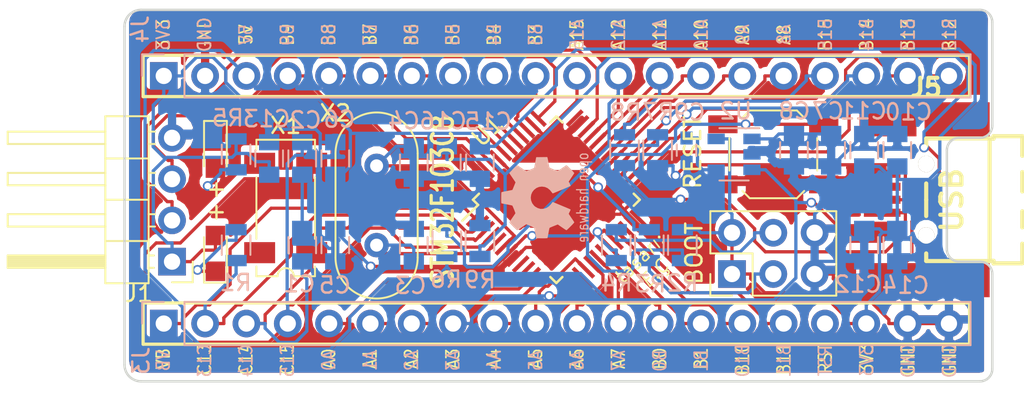
<source format=kicad_pcb>
(kicad_pcb (version 4) (host pcbnew 4.0.7)
  (layers (0 F.Cu signal) (31 B.Cu signal) (34 B.Paste user) (35 F.Paste user) (36 B.SilkS user) (37 F.SilkS user) (38 B.Mask user) (39 F.Mask user) (44 Edge.Cuts user))
  (net 0 "")
  (net 1 GND)
  (net 2 /RESET)
  (net 3 "Net-(C9-Pad1)")
  (net 4 /5V)
  (net 5 /VBAT)
  (net 6 /PC13)
  (net 7 /PB1)
  (net 8 /PA0)
  (net 9 /PA1)
  (net 10 /PA2)
  (net 11 /PA3)
  (net 12 /PA4)
  (net 13 /PA5)
  (net 14 /PA6)
  (net 15 /PA7)
  (net 16 /PB0)
  (net 17 /PB10)
  (net 18 /PB11)
  (net 19 /BOOT0)
  (net 20 /PB7)
  (net 21 /PB6)
  (net 22 /PB5)
  (net 23 /PB4)
  (net 24 /PB3)
  (net 25 /PA15)
  (net 26 /PA10)
  (net 27 /PA9)
  (net 28 /PA8)
  (net 29 /PB15)
  (net 30 /PB14)
  (net 31 /PB13)
  (net 32 /PB12)
  (net 33 /D-)
  (net 34 /D+)
  (net 35 "Net-(R3-Pad1)")
  (net 36 "Net-(R4-Pad1)")
  (net 37 /PC14)
  (net 38 "Net-(C1-Pad2)")
  (net 39 /PC15)
  (net 40 "Net-(C3-Pad1)")
  (net 41 "Net-(C4-Pad1)")
  (net 42 /VCC3V3)
  (net 43 "Net-(C7-Pad1)")
  (net 44 "Net-(C16-Pad1)")
  (net 45 "Net-(D1-Pad1)")
  (net 46 "Net-(D2-Pad2)")
  (net 47 /SWDIO)
  (net 48 /SWCLK)
  (net 49 /BOOT1)
  (net 50 /NRST)
  (net 51 /PB9)
  (net 52 /PB8)
  (net 53 "Net-(J5-Pad4)")
  (net 54 /PA12)
  (net 55 /PA11)
  (net 56 "Net-(U1-Pad9)")
  (net 57 "Net-(U1-Pad24)")
  (net 58 "Net-(U1-Pad36)")
  (net 59 "Net-(U1-Pad48)")
  (module Capacitors_SMD:C_0805 (layer B.Cu) (at 38.354 42.926 90)
    (fp_text reference C1 (at -2.3876 -0.1778 180) (layer B.SilkS) (effects (justify mirror)))
    (fp_text value 18pF)
    (pad 1 smd rect (at -1 0 90) (size 1 1.25) (layers B.Cu B.Paste B.Mask) (net 37 /PC14))
    (pad 2 smd rect (at 1 0 90) (size 1 1.25) (layers B.Cu B.Paste B.Mask) (net 38 "Net-(C1-Pad2)"))
  )
  (module Capacitors_SMD:C_0805 (layer B.Cu) (at 38.354 37.592 270)
    (fp_text reference C2 (at -2.3622 -0.2032 360) (layer B.SilkS) (effects (justify mirror)))
    (fp_text value 18pF)
    (pad 1 smd rect (at -1 0 270) (size 1 1.25) (layers B.Cu B.Paste B.Mask) (net 39 /PC15))
    (pad 2 smd rect (at 1 0 270) (size 1 1.25) (layers B.Cu B.Paste B.Mask) (net 38 "Net-(C1-Pad2)"))
  )
  (module Capacitors_SMD:C_0805 (layer B.Cu) (at 45.212 42.926 90)
    (fp_text reference C3 (at -2.4892 -0.2032 180) (layer B.SilkS) (effects (justify mirror)))
    (fp_text value 18pF)
    (pad 1 smd rect (at -1 0 90) (size 1 1.25) (layers B.Cu B.Paste B.Mask) (net 40 "Net-(C3-Pad1)"))
    (pad 2 smd rect (at 1 0 90) (size 1 1.25) (layers B.Cu B.Paste B.Mask) (net 1 GND))
  )
  (module Capacitors_SMD:C_0805 (layer B.Cu) (at 45.212 37.846 270)
    (fp_text reference C4 (at -2.5654 0.6096 360) (layer B.SilkS) (effects (justify mirror)))
    (fp_text value 18pF)
    (pad 1 smd rect (at -1 0 270) (size 1 1.25) (layers B.Cu B.Paste B.Mask) (net 41 "Net-(C4-Pad1)"))
    (pad 2 smd rect (at 1 0 270) (size 1 1.25) (layers B.Cu B.Paste B.Mask) (net 1 GND))
  )
  (module Capacitors_SMD:C_0805 (layer B.Cu) (at 40.386 42.926 90)
    (fp_text reference C5 (at -2.4638 -0.0254 180) (layer B.SilkS) (effects (justify mirror)))
    (fp_text value 100nF)
    (pad 1 smd rect (at -1 0 90) (size 1 1.25) (layers B.Cu B.Paste B.Mask) (net 1 GND))
    (pad 2 smd rect (at 1 0 90) (size 1 1.25) (layers B.Cu B.Paste B.Mask) (net 2 /RESET))
  )
  (module Capacitors_SMD:C_0805 (layer B.Cu) (at 40.386 37.592 90)
    (fp_text reference C6 (at 2.413 0.254 180) (layer B.SilkS) (effects (justify mirror)))
    (fp_text value 0.1uF)
    (pad 1 smd rect (at -1 0 90) (size 1 1.25) (layers B.Cu B.Paste B.Mask) (net 42 /VCC3V3))
    (pad 2 smd rect (at 1 0 90) (size 1 1.25) (layers B.Cu B.Paste B.Mask) (net 1 GND))
  )
  (module Capacitors_SMD:C_0805 (layer B.Cu) (at 70.866 37.084 270)
    (fp_text reference C7 (at -2.413 0.1905 360) (layer B.SilkS) (effects (justify mirror)))
    (fp_text value 1uF)
    (pad 1 smd rect (at -1 0 270) (size 1 1.25) (layers B.Cu B.Paste B.Mask) (net 43 "Net-(C7-Pad1)"))
    (pad 2 smd rect (at 1 0 270) (size 1 1.25) (layers B.Cu B.Paste B.Mask) (net 1 GND))
  )
  (module Capacitors_SMD:C_0805 (layer B.Cu) (at 68.58 37.084 270)
    (fp_text reference C8 (at -2.413 -0.0254 360) (layer B.SilkS) (effects (justify mirror)))
    (fp_text value 0.1uF)
    (pad 1 smd rect (at -1 0 270) (size 1 1.25) (layers B.Cu B.Paste B.Mask) (net 43 "Net-(C7-Pad1)"))
    (pad 2 smd rect (at 1 0 270) (size 1 1.25) (layers B.Cu B.Paste B.Mask) (net 1 GND))
  )
  (module Capacitors_SMD:C_0805 (layer B.Cu) (at 74.93 37.084 90)
    (fp_text reference C10 (at 2.3495 0.6985 180) (layer B.SilkS) (effects (justify mirror)))
    (fp_text value 10uF)
    (pad 1 smd rect (at -1 0 90) (size 1 1.25) (layers B.Cu B.Paste B.Mask) (net 42 /VCC3V3))
    (pad 2 smd rect (at 1 0 90) (size 1 1.25) (layers B.Cu B.Paste B.Mask) (net 1 GND))
  )
  (module Capacitors_SMD:C_0805 (layer B.Cu) (at 72.898 37.084 90)
    (fp_text reference C11 (at 2.413 -0.0635 180) (layer B.SilkS) (effects (justify mirror)))
    (fp_text value 0.1uF)
    (pad 1 smd rect (at -1 0 90) (size 1 1.25) (layers B.Cu B.Paste B.Mask) (net 42 /VCC3V3))
    (pad 2 smd rect (at 1 0 90) (size 1 1.25) (layers B.Cu B.Paste B.Mask) (net 1 GND))
  )
  (module Capacitors_SMD:C_0805 (layer B.Cu) (at 72.898 42.926 270)
    (fp_text reference C12 (at 2.413 0.381 360) (layer B.SilkS) (effects (justify mirror)))
    (fp_text value 0.1uF)
    (pad 1 smd rect (at -1 0 270) (size 1 1.25) (layers B.Cu B.Paste B.Mask) (net 42 /VCC3V3))
    (pad 2 smd rect (at 1 0 270) (size 1 1.25) (layers B.Cu B.Paste B.Mask) (net 1 GND))
  )
  (module Capacitors_SMD:C_0805 (layer B.Cu) (at 36.322 37.592 90)
    (fp_text reference C13 (at 2.4384 -0.1524 180) (layer B.SilkS) (effects (justify mirror)))
    (fp_text value 0.1uF)
    (pad 1 smd rect (at -1 0 90) (size 1 1.25) (layers B.Cu B.Paste B.Mask) (net 42 /VCC3V3))
    (pad 2 smd rect (at 1 0 90) (size 1 1.25) (layers B.Cu B.Paste B.Mask) (net 1 GND))
  )
  (module Capacitors_SMD:C_0805 (layer B.Cu) (at 74.93 42.926 270)
    (fp_text reference C14 (at 2.4765 -0.508 360) (layer B.SilkS) (effects (justify mirror)))
    (fp_text value 0.1uF)
    (pad 1 smd rect (at -1 0 270) (size 1 1.25) (layers B.Cu B.Paste B.Mask) (net 42 /VCC3V3))
    (pad 2 smd rect (at 1 0 270) (size 1 1.25) (layers B.Cu B.Paste B.Mask) (net 1 GND))
  )
  (module Capacitors_SMD:C_0805 (layer B.Cu) (at 49.276 37.846 270)
    (fp_text reference C15 (at -2.54 -0.508 360) (layer B.SilkS) (effects (justify mirror)))
    (fp_text value 0.1uF)
    (pad 1 smd rect (at -1 0 270) (size 1 1.25) (layers B.Cu B.Paste B.Mask) (net 42 /VCC3V3))
    (pad 2 smd rect (at 1 0 270) (size 1 1.25) (layers B.Cu B.Paste B.Mask) (net 1 GND))
  )
  (module Capacitors_SMD:C_0805 (layer B.Cu) (at 47.244 37.846 270)
    (fp_text reference C16 (at -2.5654 0.2286 360) (layer B.SilkS) (effects (justify mirror)))
    (fp_text value 4.7nF)
    (pad 1 smd rect (at -1 0 270) (size 1 1.25) (layers B.Cu B.Paste B.Mask) (net 44 "Net-(C16-Pad1)"))
    (pad 2 smd rect (at 1 0 270) (size 1 1.25) (layers B.Cu B.Paste B.Mask) (net 1 GND))
  )
  (module LEDs:LED_0805 (layer F.Cu) (at 33.02 43.434 90)
    (fp_text reference + (at 2.6035 0.0635 180) (layer F.SilkS))
    (fp_text value LED)
    (pad 2 smd rect (at 1.1 0 270) (size 1.2 1.2) (layers F.Cu F.Paste F.Mask) (net 42 /VCC3V3))
    (pad 1 smd rect (at -1.1 0 270) (size 1.2 1.2) (layers F.Cu F.Paste F.Mask) (net 45 "Net-(D1-Pad1)"))
  )
  (module LEDs:LED_0805 (layer F.Cu) (at 33.02 37.084 270)
    (fp_text reference + (at 2.3495 -0.0635 360) (layer F.SilkS))
    (fp_text value GREEN)
    (pad 2 smd rect (at 1.1 0 90) (size 1.2 1.2) (layers F.Cu F.Paste F.Mask) (net 46 "Net-(D2-Pad2)"))
    (pad 1 smd rect (at -1.1 0 90) (size 1.2 1.2) (layers F.Cu F.Paste F.Mask) (net 1 GND))
  )
  (module OLIMEX_Connectors-FP:USB_Mini-B-NOSILK (layer F.Cu) (at 76.708 40.132 180)
    (fp_text reference J5 (at 0 6.90118 180) (layer F.SilkS) (effects (font (size 1.1 1.1) (thickness 0.254))))
    (fp_text value USB_B_Mini hide)
    (fp_text user USB (at -1.5748 -0.0254 450) (layer F.SilkS) (effects (font (size 1.3 1.3) (thickness 0.254))))
    (pad 1 smd rect (at 2.706 -1.6 180) (size 2.25 0.5) (layers F.Cu F.Paste F.Mask) (net 4 /5V) (clearance 0.0508))
    (pad 2 smd rect (at 2.706 -0.8 180) (size 2.25 0.5) (layers F.Cu F.Paste F.Mask) (net 33 /D-) (clearance 0.0508))
    (pad 3 smd rect (at 2.706 0 180) (size 2.25 0.5) (layers F.Cu F.Paste F.Mask) (net 34 /D+) (clearance 0.0508))
    (pad 4 smd rect (at 2.706 0.8 180) (size 2.25 0.5) (layers F.Cu F.Paste F.Mask) (net 53 "Net-(J5-Pad4)") (clearance 0.0508))
    (pad 5 smd rect (at 2.706 1.6 180) (size 2.25 0.5) (layers F.Cu F.Paste F.Mask) (net 1 GND) (clearance 0.0508))
    (pad 6 smd rect (at 2.35 -4.95 180) (size 3.5 2.1) (layers F.Cu F.Paste F.Mask) (net 44 "Net-(C16-Pad1)") (clearance 0.0508))
    (pad 7 smd rect (at -1.9 -4.95 180) (size 4 2.1) (layers F.Cu F.Paste F.Mask) (clearance 0.0508))
    (pad 8 smd rect (at 2.35 4.95 180) (size 3.5 2.1) (layers F.Cu F.Paste F.Mask) (clearance 0.0508))
    (pad 9 smd rect (at -1.9 4.95 180) (size 4 2.1) (layers F.Cu F.Paste F.Mask) (clearance 0.0508))
    (pad 10 thru_hole circle (at 0 -2.2 180) (size 1 1) (drill 1) (layers *.Cu *.Mask F.SilkS))
    (pad 11 thru_hole circle (at 0 2.2 180) (size 1 1) (drill 1) (layers *.Cu *.Mask F.SilkS))
  )
  (module Resistors_SMD:R_0805 (layer B.Cu) (at 34.29 42.926 90)
    (fp_text reference R1 (at -2.3114 -0.0254 180) (layer B.SilkS) (effects (justify mirror)))
    (fp_text value 510)
    (pad 1 smd rect (at -0.95 0 90) (size 0.7 1.3) (layers B.Cu B.Paste B.Mask) (net 6 /PC13))
    (pad 2 smd rect (at 0.95 0 90) (size 0.7 1.3) (layers B.Cu B.Paste B.Mask) (net 45 "Net-(D1-Pad1)"))
  )
  (module Resistors_SMD:R_0805 (layer B.Cu) (at 61.722 42.926 270)
    (fp_text reference R2 (at 2.3368 0 360) (layer B.SilkS) (effects (justify mirror)))
    (fp_text value 1K)
    (pad 1 smd rect (at -0.95 0 270) (size 0.7 1.3) (layers B.Cu B.Paste B.Mask) (net 42 /VCC3V3))
    (pad 2 smd rect (at 0.95 0 270) (size 0.7 1.3) (layers B.Cu B.Paste B.Mask) (net 2 /RESET))
  )
  (module Resistors_SMD:R_0805 (layer B.Cu) (at 59.69 42.926 270)
    (fp_text reference R3 (at 2.3876 -0.0508 360) (layer B.SilkS) (effects (justify mirror)))
    (fp_text value 100K)
    (pad 1 smd rect (at -0.95 0 270) (size 0.7 1.3) (layers B.Cu B.Paste B.Mask) (net 35 "Net-(R3-Pad1)"))
    (pad 2 smd rect (at 0.95 0 270) (size 0.7 1.3) (layers B.Cu B.Paste B.Mask) (net 19 /BOOT0))
  )
  (module Resistors_SMD:R_0805 (layer B.Cu) (at 57.658 42.926 90)
    (fp_text reference R4 (at -2.3368 0.0254 180) (layer B.SilkS) (effects (justify mirror)))
    (fp_text value 100K)
    (pad 1 smd rect (at -0.95 0 90) (size 0.7 1.3) (layers B.Cu B.Paste B.Mask) (net 36 "Net-(R4-Pad1)"))
    (pad 2 smd rect (at 0.95 0 90) (size 0.7 1.3) (layers B.Cu B.Paste B.Mask) (net 49 /BOOT1))
  )
  (module Resistors_SMD:R_0805 (layer B.Cu) (at 34.29 37.338 270)
    (fp_text reference R5 (at -2.2352 0.508 360) (layer B.SilkS) (effects (justify mirror)))
    (fp_text value 510)
    (pad 1 smd rect (at -0.95 0 270) (size 0.7 1.3) (layers B.Cu B.Paste B.Mask) (net 42 /VCC3V3))
    (pad 2 smd rect (at 0.95 0 270) (size 0.7 1.3) (layers B.Cu B.Paste B.Mask) (net 46 "Net-(D2-Pad2)"))
  )
  (module Resistors_SMD:R_0805 (layer B.Cu) (at 47.244 42.672 90)
    (fp_text reference R6 (at -2.3622 -0.0508 180) (layer B.SilkS) (effects (justify mirror)))
    (fp_text value 4K7)
    (pad 1 smd rect (at -0.95 0 90) (size 0.7 1.3) (layers B.Cu B.Paste B.Mask) (net 4 /5V))
    (pad 2 smd rect (at 0.95 0 90) (size 0.7 1.3) (layers B.Cu B.Paste B.Mask) (net 54 /PA12))
  )
  (module Resistors_SMD:R_0805 (layer B.Cu) (at 60.198 37.084 90)
    (fp_text reference R7 (at 2.3622 0.0508 180) (layer B.SilkS) (effects (justify mirror)))
    (fp_text value 20R)
    (pad 1 smd rect (at -0.95 0 90) (size 0.7 1.3) (layers B.Cu B.Paste B.Mask) (net 34 /D+))
    (pad 2 smd rect (at 0.95 0 90) (size 0.7 1.3) (layers B.Cu B.Paste B.Mask) (net 54 /PA12))
  )
  (module Resistors_SMD:R_0805 (layer B.Cu) (at 58.166 37.084 90)
    (fp_text reference R8 (at 2.3368 0.0762 180) (layer B.SilkS) (effects (justify mirror)))
    (fp_text value 20R)
    (pad 1 smd rect (at -0.95 0 90) (size 0.7 1.3) (layers B.Cu B.Paste B.Mask) (net 33 /D-))
    (pad 2 smd rect (at 0.95 0 90) (size 0.7 1.3) (layers B.Cu B.Paste B.Mask) (net 55 /PA11))
  )
  (module Resistors_SMD:R_0805 (layer B.Cu) (at 49.276 42.672 90)
    (fp_text reference R9 (at -2.3876 0 180) (layer B.SilkS) (effects (justify mirror)))
    (fp_text value 1M)
    (pad 1 smd rect (at -0.95 0 90) (size 0.7 1.3) (layers B.Cu B.Paste B.Mask) (net 44 "Net-(C16-Pad1)"))
    (pad 2 smd rect (at 0.95 0 90) (size 0.7 1.3) (layers B.Cu B.Paste B.Mask) (net 1 GND))
  )
  (module Housings_QFP:LQFP-48_7x7mm_Pitch0.5mm (layer F.Cu) (at 53.975 40.132 45)
    (fp_text reference U1 (at 0 -6 45) (layer F.SilkS))
    (fp_text value STM32F103C8Tx)
    (pad 1 smd rect (at -4.35 -2.75 45) (size 1.3 0.25) (layers F.Cu F.Paste F.Mask) (net 5 /VBAT))
    (pad 2 smd rect (at -4.35 -2.25 45) (size 1.3 0.25) (layers F.Cu F.Paste F.Mask) (net 6 /PC13))
    (pad 3 smd rect (at -4.35 -1.75 45) (size 1.3 0.25) (layers F.Cu F.Paste F.Mask) (net 37 /PC14))
    (pad 4 smd rect (at -4.35 -1.25 45) (size 1.3 0.25) (layers F.Cu F.Paste F.Mask) (net 39 /PC15))
    (pad 5 smd rect (at -4.35 -0.75 45) (size 1.3 0.25) (layers F.Cu F.Paste F.Mask) (net 40 "Net-(C3-Pad1)"))
    (pad 6 smd rect (at -4.35 -0.25 45) (size 1.3 0.25) (layers F.Cu F.Paste F.Mask) (net 41 "Net-(C4-Pad1)"))
    (pad 7 smd rect (at -4.35 0.25 45) (size 1.3 0.25) (layers F.Cu F.Paste F.Mask) (net 2 /RESET))
    (pad 8 smd rect (at -4.35 0.75 45) (size 1.3 0.25) (layers F.Cu F.Paste F.Mask) (net 1 GND))
    (pad 9 smd rect (at -4.35 1.25 45) (size 1.3 0.25) (layers F.Cu F.Paste F.Mask) (net 56 "Net-(U1-Pad9)"))
    (pad 10 smd rect (at -4.35 1.75 45) (size 1.3 0.25) (layers F.Cu F.Paste F.Mask) (net 8 /PA0))
    (pad 11 smd rect (at -4.35 2.25 45) (size 1.3 0.25) (layers F.Cu F.Paste F.Mask) (net 9 /PA1))
    (pad 12 smd rect (at -4.35 2.75 45) (size 1.3 0.25) (layers F.Cu F.Paste F.Mask) (net 10 /PA2))
    (pad 13 smd rect (at -2.75 4.35 135) (size 1.3 0.25) (layers F.Cu F.Paste F.Mask) (net 11 /PA3))
    (pad 14 smd rect (at -2.25 4.35 135) (size 1.3 0.25) (layers F.Cu F.Paste F.Mask) (net 12 /PA4))
    (pad 15 smd rect (at -1.75 4.35 135) (size 1.3 0.25) (layers F.Cu F.Paste F.Mask) (net 13 /PA5))
    (pad 16 smd rect (at -1.25 4.35 135) (size 1.3 0.25) (layers F.Cu F.Paste F.Mask) (net 14 /PA6))
    (pad 17 smd rect (at -0.75 4.35 135) (size 1.3 0.25) (layers F.Cu F.Paste F.Mask) (net 15 /PA7))
    (pad 18 smd rect (at -0.25 4.35 135) (size 1.3 0.25) (layers F.Cu F.Paste F.Mask) (net 16 /PB0))
    (pad 19 smd rect (at 0.25 4.35 135) (size 1.3 0.25) (layers F.Cu F.Paste F.Mask) (net 7 /PB1))
    (pad 20 smd rect (at 0.75 4.35 135) (size 1.3 0.25) (layers F.Cu F.Paste F.Mask) (net 36 "Net-(R4-Pad1)"))
    (pad 21 smd rect (at 1.25 4.35 135) (size 1.3 0.25) (layers F.Cu F.Paste F.Mask) (net 17 /PB10))
    (pad 22 smd rect (at 1.75 4.35 135) (size 1.3 0.25) (layers F.Cu F.Paste F.Mask) (net 18 /PB11))
    (pad 23 smd rect (at 2.25 4.35 135) (size 1.3 0.25) (layers F.Cu F.Paste F.Mask) (net 1 GND))
    (pad 24 smd rect (at 2.75 4.35 135) (size 1.3 0.25) (layers F.Cu F.Paste F.Mask) (net 57 "Net-(U1-Pad24)"))
    (pad 25 smd rect (at 4.35 2.75 45) (size 1.3 0.25) (layers F.Cu F.Paste F.Mask) (net 32 /PB12))
    (pad 26 smd rect (at 4.35 2.25 45) (size 1.3 0.25) (layers F.Cu F.Paste F.Mask) (net 31 /PB13))
    (pad 27 smd rect (at 4.35 1.75 45) (size 1.3 0.25) (layers F.Cu F.Paste F.Mask) (net 30 /PB14))
    (pad 28 smd rect (at 4.35 1.25 45) (size 1.3 0.25) (layers F.Cu F.Paste F.Mask) (net 29 /PB15))
    (pad 29 smd rect (at 4.35 0.75 45) (size 1.3 0.25) (layers F.Cu F.Paste F.Mask) (net 28 /PA8))
    (pad 30 smd rect (at 4.35 0.25 45) (size 1.3 0.25) (layers F.Cu F.Paste F.Mask) (net 27 /PA9))
    (pad 31 smd rect (at 4.35 -0.25 45) (size 1.3 0.25) (layers F.Cu F.Paste F.Mask) (net 26 /PA10))
    (pad 32 smd rect (at 4.35 -0.75 45) (size 1.3 0.25) (layers F.Cu F.Paste F.Mask) (net 55 /PA11))
    (pad 33 smd rect (at 4.35 -1.25 45) (size 1.3 0.25) (layers F.Cu F.Paste F.Mask) (net 54 /PA12))
    (pad 34 smd rect (at 4.35 -1.75 45) (size 1.3 0.25) (layers F.Cu F.Paste F.Mask) (net 47 /SWDIO))
    (pad 35 smd rect (at 4.35 -2.25 45) (size 1.3 0.25) (layers F.Cu F.Paste F.Mask) (net 1 GND))
    (pad 36 smd rect (at 4.35 -2.75 45) (size 1.3 0.25) (layers F.Cu F.Paste F.Mask) (net 58 "Net-(U1-Pad36)"))
    (pad 37 smd rect (at 2.75 -4.35 135) (size 1.3 0.25) (layers F.Cu F.Paste F.Mask) (net 48 /SWCLK))
    (pad 38 smd rect (at 2.25 -4.35 135) (size 1.3 0.25) (layers F.Cu F.Paste F.Mask) (net 25 /PA15))
    (pad 39 smd rect (at 1.75 -4.35 135) (size 1.3 0.25) (layers F.Cu F.Paste F.Mask) (net 24 /PB3))
    (pad 40 smd rect (at 1.25 -4.35 135) (size 1.3 0.25) (layers F.Cu F.Paste F.Mask) (net 23 /PB4))
    (pad 41 smd rect (at 0.75 -4.35 135) (size 1.3 0.25) (layers F.Cu F.Paste F.Mask) (net 22 /PB5))
    (pad 42 smd rect (at 0.25 -4.35 135) (size 1.3 0.25) (layers F.Cu F.Paste F.Mask) (net 21 /PB6))
    (pad 43 smd rect (at -0.25 -4.35 135) (size 1.3 0.25) (layers F.Cu F.Paste F.Mask) (net 20 /PB7))
    (pad 44 smd rect (at -0.75 -4.35 135) (size 1.3 0.25) (layers F.Cu F.Paste F.Mask) (net 35 "Net-(R3-Pad1)"))
    (pad 45 smd rect (at -1.25 -4.35 135) (size 1.3 0.25) (layers F.Cu F.Paste F.Mask) (net 52 /PB8))
    (pad 46 smd rect (at -1.75 -4.35 135) (size 1.3 0.25) (layers F.Cu F.Paste F.Mask) (net 51 /PB9))
    (pad 47 smd rect (at -2.25 -4.35 135) (size 1.3 0.25) (layers F.Cu F.Paste F.Mask) (net 1 GND))
    (pad 48 smd rect (at -2.75 -4.35 135) (size 1.3 0.25) (layers F.Cu F.Paste F.Mask) (net 59 "Net-(U1-Pad48)"))
  )
  (module TO_SOT_Packages_SMD2:SOT-23-5 (layer B.Cu) (at 64.897 37.338 180)
    (fp_text reference U2 (at -0.1016 2.667 180) (layer B.SilkS) (effects (justify mirror)))
    (fp_text value RT9193-33)
    (pad 1 smd rect (at -1.1 0.95 180) (size 1.06 0.65) (layers B.Cu B.Paste B.Mask) (net 43 "Net-(C7-Pad1)"))
    (pad 2 smd rect (at -1.1 0 180) (size 1.06 0.65) (layers B.Cu B.Paste B.Mask) (net 1 GND))
    (pad 3 smd rect (at -1.1 -0.95 180) (size 1.06 0.65) (layers B.Cu B.Paste B.Mask) (net 4 /5V))
    (pad 4 smd rect (at 1.1 -0.95 180) (size 1.06 0.65) (layers B.Cu B.Paste B.Mask) (net 3 "Net-(C9-Pad1)"))
    (pad 5 smd rect (at 1.1 0.95 180) (size 1.06 0.65) (layers B.Cu B.Paste B.Mask) (net 42 /VCC3V3))
  )
  (module Crystals2:Crystal_HC49-4H_Vertical (layer F.Cu) (at 42.926 42.926 90)
    (fp_text reference X2 (at 8.128 -2.54 180) (layer F.SilkS))
    (fp_text value 8MHz)
    (pad 1 thru_hole circle (at 0 0 90) (size 1.5 1.5) (drill 0.8) (layers *.Cu *.Mask) (net 40 "Net-(C3-Pad1)"))
    (pad 2 thru_hole circle (at 4.88 0 90) (size 1.5 1.5) (drill 0.8) (layers *.Cu *.Mask) (net 41 "Net-(C4-Pad1)"))
  )
  (module Pin_Headers2:Pin_Header_Straight_1x20_Pitch2.54mm (layer B.Cu) (at 29.845 47.752 270)
    (fp_text reference J3 (at 2.286 1.397 270) (layer B.SilkS) (effects (justify mirror)))
    (fp_text value Conn_01x20)
    (pad 1 thru_hole rect (at 0 0 270) (size 1.7 1.7) (drill 1) (layers *.Cu *.Mask) (net 5 /VBAT))
    (pad 2 thru_hole oval (at 0 -2.54 270) (size 1.7 1.7) (drill 1) (layers *.Cu *.Mask) (net 6 /PC13))
    (pad 3 thru_hole oval (at 0 -5.08 270) (size 1.7 1.7) (drill 1) (layers *.Cu *.Mask) (net 37 /PC14))
    (pad 4 thru_hole oval (at 0 -7.62 270) (size 1.7 1.7) (drill 1) (layers *.Cu *.Mask) (net 39 /PC15))
    (pad 5 thru_hole oval (at 0 -10.16 270) (size 1.7 1.7) (drill 1) (layers *.Cu *.Mask) (net 8 /PA0))
    (pad 6 thru_hole oval (at 0 -12.7 270) (size 1.7 1.7) (drill 1) (layers *.Cu *.Mask) (net 9 /PA1))
    (pad 7 thru_hole oval (at 0 -15.24 270) (size 1.7 1.7) (drill 1) (layers *.Cu *.Mask) (net 10 /PA2))
    (pad 8 thru_hole oval (at 0 -17.78 270) (size 1.7 1.7) (drill 1) (layers *.Cu *.Mask) (net 11 /PA3))
    (pad 9 thru_hole oval (at 0 -20.32 270) (size 1.7 1.7) (drill 1) (layers *.Cu *.Mask) (net 12 /PA4))
    (pad 10 thru_hole oval (at 0 -22.86 270) (size 1.7 1.7) (drill 1) (layers *.Cu *.Mask) (net 13 /PA5))
    (pad 11 thru_hole oval (at 0 -25.4 270) (size 1.7 1.7) (drill 1) (layers *.Cu *.Mask) (net 14 /PA6))
    (pad 12 thru_hole oval (at 0 -27.94 270) (size 1.7 1.7) (drill 1) (layers *.Cu *.Mask) (net 15 /PA7))
    (pad 13 thru_hole oval (at 0 -30.48 270) (size 1.7 1.7) (drill 1) (layers *.Cu *.Mask) (net 16 /PB0))
    (pad 14 thru_hole oval (at 0 -33.02 270) (size 1.7 1.7) (drill 1) (layers *.Cu *.Mask) (net 7 /PB1))
    (pad 15 thru_hole oval (at 0 -35.56 270) (size 1.7 1.7) (drill 1) (layers *.Cu *.Mask) (net 17 /PB10))
    (pad 16 thru_hole oval (at 0 -38.1 270) (size 1.7 1.7) (drill 1) (layers *.Cu *.Mask) (net 18 /PB11))
    (pad 17 thru_hole oval (at 0 -40.64 270) (size 1.7 1.7) (drill 1) (layers *.Cu *.Mask) (net 50 /NRST))
    (pad 18 thru_hole oval (at 0 -43.18 270) (size 1.7 1.7) (drill 1) (layers *.Cu *.Mask) (net 42 /VCC3V3))
    (pad 19 thru_hole oval (at 0 -45.72 270) (size 1.7 1.7) (drill 1) (layers *.Cu *.Mask) (net 1 GND))
    (pad 20 thru_hole oval (at 0 -48.26 270) (size 1.7 1.7) (drill 1) (layers *.Cu *.Mask) (net 1 GND))
  )
  (module Pin_Headers2:Pin_Header_Straight_1x20_Pitch2.54mm (layer B.Cu) (at 29.845 32.512 270)
    (fp_text reference J4 (at -2.8702 1.4478 270) (layer B.SilkS) (effects (justify mirror)))
    (fp_text value Conn_01x20)
    (pad 1 thru_hole rect (at 0 0 270) (size 1.7 1.7) (drill 1) (layers *.Cu *.Mask) (net 42 /VCC3V3))
    (pad 2 thru_hole oval (at 0 -2.54 270) (size 1.7 1.7) (drill 1) (layers *.Cu *.Mask) (net 1 GND))
    (pad 3 thru_hole oval (at 0 -5.08 270) (size 1.7 1.7) (drill 1) (layers *.Cu *.Mask) (net 4 /5V))
    (pad 4 thru_hole oval (at 0 -7.62 270) (size 1.7 1.7) (drill 1) (layers *.Cu *.Mask) (net 51 /PB9))
    (pad 5 thru_hole oval (at 0 -10.16 270) (size 1.7 1.7) (drill 1) (layers *.Cu *.Mask) (net 52 /PB8))
    (pad 6 thru_hole oval (at 0 -12.7 270) (size 1.7 1.7) (drill 1) (layers *.Cu *.Mask) (net 20 /PB7))
    (pad 7 thru_hole oval (at 0 -15.24 270) (size 1.7 1.7) (drill 1) (layers *.Cu *.Mask) (net 21 /PB6))
    (pad 8 thru_hole oval (at 0 -17.78 270) (size 1.7 1.7) (drill 1) (layers *.Cu *.Mask) (net 22 /PB5))
    (pad 9 thru_hole oval (at 0 -20.32 270) (size 1.7 1.7) (drill 1) (layers *.Cu *.Mask) (net 23 /PB4))
    (pad 10 thru_hole oval (at 0 -22.86 270) (size 1.7 1.7) (drill 1) (layers *.Cu *.Mask) (net 24 /PB3))
    (pad 11 thru_hole oval (at 0 -25.4 270) (size 1.7 1.7) (drill 1) (layers *.Cu *.Mask) (net 25 /PA15))
    (pad 12 thru_hole oval (at 0 -27.94 270) (size 1.7 1.7) (drill 1) (layers *.Cu *.Mask) (net 54 /PA12))
    (pad 13 thru_hole oval (at 0 -30.48 270) (size 1.7 1.7) (drill 1) (layers *.Cu *.Mask) (net 55 /PA11))
    (pad 14 thru_hole oval (at 0 -33.02 270) (size 1.7 1.7) (drill 1) (layers *.Cu *.Mask) (net 26 /PA10))
    (pad 15 thru_hole oval (at 0 -35.56 270) (size 1.7 1.7) (drill 1) (layers *.Cu *.Mask) (net 27 /PA9))
    (pad 16 thru_hole oval (at 0 -38.1 270) (size 1.7 1.7) (drill 1) (layers *.Cu *.Mask) (net 28 /PA8))
    (pad 17 thru_hole oval (at 0 -40.64 270) (size 1.7 1.7) (drill 1) (layers *.Cu *.Mask) (net 29 /PB15))
    (pad 18 thru_hole oval (at 0 -43.18 270) (size 1.7 1.7) (drill 1) (layers *.Cu *.Mask) (net 30 /PB14))
    (pad 19 thru_hole oval (at 0 -45.72 270) (size 1.7 1.7) (drill 1) (layers *.Cu *.Mask) (net 31 /PB13))
    (pad 20 thru_hole oval (at 0 -48.26 270) (size 1.7 1.7) (drill 1) (layers *.Cu *.Mask) (net 32 /PB12))
  )
  (module Crystals2:Crystal_SMD_SeikoEpson_MC306-4pin_8.0x3.2mm (layer F.Cu) (at 37.338 40.64 90)
    (fp_text reference X1 (at 5.08 0 180) (layer F.SilkS))
    (fp_text value 32.768KHz)
    (pad 1 smd rect (at -2.75 1.6 90) (size 1.3 1.9) (layers F.Cu F.Paste F.Mask) (net 37 /PC14))
    (pad 2 smd rect (at 2.75 1.6 90) (size 1.3 1.9) (layers F.Cu F.Paste F.Mask) (net 39 /PC15))
    (pad 3 smd rect (at 2.75 -1.6 90) (size 1.3 1.9) (layers F.Cu F.Paste F.Mask))
    (pad 4 smd rect (at -2.75 -1.6 90) (size 1.3 1.9) (layers F.Cu F.Paste F.Mask))
  )
  (module Pin_Headers2:Pin_Header_Angled_1x04_Pitch2.54mm (layer F.Cu) (at 30.353 43.942 180)
    (fp_text reference J1 (at 2.032 -1.9685 180) (layer F.SilkS))
    (fp_text value Conn_01x04 hide)
    (pad 1 thru_hole rect (at 0 0 180) (size 1.7 1.7) (drill 1) (layers *.Cu *.Mask) (net 42 /VCC3V3))
    (pad 2 thru_hole oval (at 0 2.54 180) (size 1.7 1.7) (drill 1) (layers *.Cu *.Mask) (net 47 /SWDIO))
    (pad 3 thru_hole oval (at 0 5.08 180) (size 1.7 1.7) (drill 1) (layers *.Cu *.Mask) (net 48 /SWCLK))
    (pad 4 thru_hole oval (at 0 7.62 180) (size 1.7 1.7) (drill 1) (layers *.Cu *.Mask) (net 1 GND))
  )
  (module Pin_Headers2:Pin_Header_Straight_2x03_Pitch2.54mm (layer F.Cu) (at 64.77 44.704 90)
    (fp_text reference BOOT (at 1.27 -2.33 90) (layer F.SilkS))
    (fp_text value HEADER_2X3)
    (pad 1 thru_hole rect (at 0 0 90) (size 1.7 1.7) (drill 1) (layers *.Cu *.Mask) (net 42 /VCC3V3))
    (pad 2 thru_hole oval (at 2.54 0 90) (size 1.7 1.7) (drill 1) (layers *.Cu *.Mask) (net 42 /VCC3V3))
    (pad 3 thru_hole oval (at 0 2.54 90) (size 1.7 1.7) (drill 1) (layers *.Cu *.Mask) (net 19 /BOOT0))
    (pad 4 thru_hole oval (at 2.54 2.54 90) (size 1.7 1.7) (drill 1) (layers *.Cu *.Mask) (net 49 /BOOT1))
    (pad 5 thru_hole oval (at 0 5.08 90) (size 1.7 1.7) (drill 1) (layers *.Cu *.Mask) (net 1 GND))
    (pad 6 thru_hole oval (at 2.54 5.08 90) (size 1.7 1.7) (drill 1) (layers *.Cu *.Mask) (net 1 GND))
  )
  (module Buttons_Switches_SMD:SW_SPST_SKQG (layer F.Cu) (at 67.31 37.338)
    (fp_text reference RESET (at -4.953 -0.127 90) (layer F.SilkS))
    (fp_text value ReSet_Button)
    (pad 1 smd rect (at -3.1 -1.85) (size 1.8 1.1) (layers F.Cu F.Paste F.Mask) (net 2 /RESET))
    (pad 1 smd rect (at 3.1 -1.85) (size 1.8 1.1) (layers F.Cu F.Paste F.Mask) (net 2 /RESET))
    (pad 2 smd rect (at -3.1 1.85) (size 1.8 1.1) (layers F.Cu F.Paste F.Mask) (net 1 GND))
    (pad 2 smd rect (at 3.1 1.85) (size 1.8 1.1) (layers F.Cu F.Paste F.Mask) (net 1 GND))
  )
  (module Capacitors_SMD2:C_0603 (layer B.Cu) (at 61.976 37.084 270)
    (fp_text reference C9 (at -2.3368 -0.1778 360) (layer B.SilkS) (effects (justify mirror)))
    (fp_text value 22nF)
    (pad 2 smd rect (at 0.75 0 270) (size 0.8 0.75) (layers B.Cu B.Paste B.Mask) (net 1 GND))
    (pad 1 smd rect (at -0.75 0 270) (size 0.8 0.75) (layers B.Cu B.Paste B.Mask) (net 3 "Net-(C9-Pad1)"))
  )
  (module w_logo:Logo_silk_OSHW_6x6mm (layer B.Cu) (at 52.832 40.005 270)
    (fp_text reference G*** hide)
    (fp_text value LOGO hide)
  )
  (gr_text "3V3\n\nGND\n\n5V\n\nB9\n\nB8\n\nB7\n\nB6\n\nB5\n\nB4\n\nB3\n\nA15\n\nA12\n\nA11\n\nA10\n\nA9\n\nA8\n\nB15\n\nB14\n\nB13\n\nB12\n\n" (at 54.61 29.972 90) (layer B.SilkS) (effects (font (size 0.79 0.7) (thickness 0.1)) (justify mirror)))
  (gr_text "VB\n\nC13\n\nC14\n\nC15\n\nA0\n\nA1\n\nA2\n\nA3\n\nA4\n\nA5\n\nA6\n\nA7\n\nB0\n\nB1\n\nB10\n\nB11\n\nRST\n\n3V3\n\nGND\n\nGND\n\n" (at 54.61 50.038 90) (layer B.SilkS) (effects (font (size 0.79 0.7) (thickness 0.1)) (justify mirror)))
  (gr_text "tasarı:\nE.Ç" (at 59.563 44.196 45) (layer F.SilkS) (effects (font (size 0.8 0.8) (thickness 0.1) italic)))
  (gr_line (start 77.978 41.91) (end 77.978 38.354) (angle 90) (layer Edge.Cuts) (width 0.15))
  (gr_text STM32F103C8 (at 46.99 40.132 90) (layer F.SilkS) (effects (font (size 1.3 1) (thickness 0.2))))
  (gr_line (start 27.432 50.292) (end 27.432 29.464) (angle 90) (layer Edge.Cuts) (width 0.15))
  (gr_line (start 80.01 51.308) (end 28.448 51.308) (angle 90) (layer Edge.Cuts) (width 0.15))
  (gr_line (start 80.772 44.704) (end 80.772 50.546) (angle 90) (layer Edge.Cuts) (width 0.15))
  (gr_line (start 78.74 43.942) (end 80.01 43.942) (angle 90) (layer Edge.Cuts) (width 0.15))
  (gr_line (start 77.978 41.91) (end 77.978 43.18) (angle 90) (layer Edge.Cuts) (width 0.15))
  (gr_line (start 77.978 38.354) (end 77.978 37.084) (angle 90) (layer Edge.Cuts) (width 0.15))
  (gr_line (start 80.01 36.322) (end 78.74 36.322) (angle 90) (layer Edge.Cuts) (width 0.15))
  (gr_line (start 80.772 29.21) (end 80.772 35.56) (angle 90) (layer Edge.Cuts) (width 0.15))
  (gr_line (start 28.448 28.448) (end 80.01 28.448) (angle 90) (layer Edge.Cuts) (width 0.15))
  (gr_arc (start 28.448 29.464) (end 27.432 29.464) (angle 90) (layer Edge.Cuts) (width 0.15))
  (gr_arc (start 28.448 50.292) (end 28.448 51.308) (angle 90) (layer Edge.Cuts) (width 0.15))
  (gr_arc (start 80.01 50.546) (end 80.772 50.546) (angle 90) (layer Edge.Cuts) (width 0.15))
  (gr_arc (start 78.74 37.084) (end 77.978 37.084) (angle 90) (layer Edge.Cuts) (width 0.15))
  (gr_arc (start 78.74 43.18) (end 78.74 43.942) (angle 90) (layer Edge.Cuts) (width 0.15))
  (gr_arc (start 80.01 44.704) (end 80.01 43.942) (angle 90) (layer Edge.Cuts) (width 0.15))
  (gr_arc (start 80.01 35.56) (end 80.772 35.56) (angle 90) (layer Edge.Cuts) (width 0.15))
  (gr_arc (start 80.01 29.21) (end 80.01 28.448) (angle 90) (layer Edge.Cuts) (width 0.15))
  (gr_line (start 79.375 31.242) (end 28.575 31.242) (angle 90) (layer F.SilkS) (width 0.2))
  (gr_line (start 79.375 33.782) (end 79.375 31.242) (angle 90) (layer F.SilkS) (width 0.2))
  (gr_line (start 28.575 33.782) (end 79.375 33.782) (angle 90) (layer F.SilkS) (width 0.2))
  (gr_line (start 28.575 31.242) (end 28.575 33.782) (angle 90) (layer F.SilkS) (width 0.2))
  (gr_line (start 28.575 49.022) (end 28.575 46.482) (angle 90) (layer F.SilkS) (width 0.2))
  (gr_line (start 79.375 49.022) (end 28.575 49.022) (angle 90) (layer F.SilkS) (width 0.2))
  (gr_line (start 79.375 46.482) (end 79.375 49.022) (angle 90) (layer F.SilkS) (width 0.2))
  (gr_line (start 28.575 46.482) (end 79.375 46.482) (angle 90) (layer F.SilkS) (width 0.2))
  (gr_text "3V3\n\nGND\n\n5V\n\nB9\n\nB8\n\nB7\n\nB6\n\nB5\n\nB4\n\nB3\n\nA15\n\nA12\n\nA11\n\nA10\n\nA9\n\nA8\n\nB15\n\nB14\n\nB13\n\nB12\n\n" (at 54.61 29.972 90) (layer F.SilkS) (effects (font (size 0.79 0.7) (thickness 0.1))))
  (gr_text "VB\n\nC13\n\nC14\n\nC15\n\nA0\n\nA1\n\nA2\n\nA3\n\nA4\n\nA5\n\nA6\n\nA7\n\nB0\n\nB1\n\nB10\n\nB11\n\nRST\n\n3V3\n\nGND\n\nGND\n\n" (at 54.61 49.911 90) (layer F.SilkS) (effects (font (size 0.79 0.7) (thickness 0.1))))
  (via (at 62.3283 39.1143) (size 0.6) (layers F.Cu B.Cu) (net 1))
  (segment (start 72.2663 38.532) (end 74.002 38.532) (width 0.2) (layer F.Cu) (net 1))
  (segment (start 71.6103 39.188) (end 72.2663 38.532) (width 0.2) (layer F.Cu) (net 1))
  (segment (start 70.41 39.188) (end 71.6103 39.188) (width 0.2) (layer F.Cu) (net 1))
  (segment (start 78.105 47.752) (end 75.565 47.752) (width 0.2) (layer F.Cu) (net 1))
  (segment (start 68.58 38.084) (end 67.6547 38.084) (width 0.2) (layer B.Cu) (net 1))
  (segment (start 58.6419 41.6169) (end 57.97 40.9449) (width 0.2) (layer F.Cu) (net 1))
  (segment (start 70.41 39.188) (end 69.2097 39.188) (width 0.2) (layer F.Cu) (net 1))
  (segment (start 69.2097 39.188) (end 64.21 39.188) (width 0.2) (layer F.Cu) (net 1))
  (segment (start 69.85 42.164) (end 69.85 41.0137) (width 0.2) (layer F.Cu) (net 1))
  (segment (start 55.4599 35.4651) (end 54.788 36.137) (width 0.2) (layer F.Cu) (net 1))
  (segment (start 66.9087 37.338) (end 65.997 37.338) (width 0.2) (layer B.Cu) (net 1))
  (segment (start 67.6547 38.084) (end 66.9087 37.338) (width 0.2) (layer B.Cu) (net 1))
  (segment (start 40.386 36.592) (end 39.4607 36.592) (width 0.2) (layer B.Cu) (net 1))
  (segment (start 45.212 41.926) (end 45.212 41.1257) (width 0.2) (layer B.Cu) (net 1))
  (segment (start 69.5678 38.1465) (end 69.5053 38.084) (width 0.2) (layer B.Cu) (net 1))
  (segment (start 70.866 38.1465) (end 69.5678 38.1465) (width 0.2) (layer B.Cu) (net 1))
  (segment (start 68.58 38.084) (end 69.5053 38.084) (width 0.2) (layer B.Cu) (net 1))
  (segment (start 75.565 47.752) (end 75.565 46.6017) (width 0.2) (layer B.Cu) (net 1))
  (segment (start 36.322 36.592) (end 36.322 35.8971) (width 0.2) (layer B.Cu) (net 1))
  (segment (start 36.322 35.8971) (end 36.322 35.7917) (width 0.2) (layer B.Cu) (net 1))
  (segment (start 30.353 36.322) (end 31.5033 36.322) (width 0.2) (layer B.Cu) (net 1))
  (segment (start 32.385 32.512) (end 32.385 33.6623) (width 0.2) (layer B.Cu) (net 1))
  (segment (start 33.274 34.5513) (end 32.385 33.6623) (width 0.2) (layer B.Cu) (net 1))
  (segment (start 31.5033 36.322) (end 33.274 34.5513) (width 0.2) (layer B.Cu) (net 1))
  (segment (start 34.9762 34.5513) (end 36.322 35.8971) (width 0.2) (layer B.Cu) (net 1))
  (segment (start 33.274 34.5513) (end 34.9762 34.5513) (width 0.2) (layer B.Cu) (net 1))
  (segment (start 39.4606 36.592) (end 39.4607 36.592) (width 0.2) (layer B.Cu) (net 1))
  (segment (start 39.4606 36.0668) (end 39.4606 36.592) (width 0.2) (layer B.Cu) (net 1))
  (segment (start 39.1855 35.7917) (end 39.4606 36.0668) (width 0.2) (layer B.Cu) (net 1))
  (segment (start 36.322 35.7917) (end 39.1855 35.7917) (width 0.2) (layer B.Cu) (net 1))
  (segment (start 45.212 39.5435) (end 45.212 41.1257) (width 0.2) (layer B.Cu) (net 1))
  (segment (start 40.386 43.926) (end 40.386 43.1257) (width 0.2) (layer B.Cu) (net 1))
  (segment (start 39.9859 43.1257) (end 40.386 43.1257) (width 0.2) (layer B.Cu) (net 1))
  (segment (start 39.4606 42.6004) (end 39.9859 43.1257) (width 0.2) (layer B.Cu) (net 1))
  (segment (start 39.4606 39.8546) (end 39.4606 42.6004) (width 0.2) (layer B.Cu) (net 1))
  (segment (start 39.7717 39.5435) (end 39.4606 39.8546) (width 0.2) (layer B.Cu) (net 1))
  (segment (start 45.212 39.5435) (end 39.7717 39.5435) (width 0.2) (layer B.Cu) (net 1))
  (segment (start 39.4607 39.2325) (end 39.4607 36.592) (width 0.2) (layer B.Cu) (net 1))
  (segment (start 39.7717 39.5435) (end 39.4607 39.2325) (width 0.2) (layer B.Cu) (net 1))
  (segment (start 61.976 38.762) (end 62.3283 39.1143) (width 0.2) (layer B.Cu) (net 1))
  (segment (start 61.976 37.834) (end 61.976 38.762) (width 0.2) (layer B.Cu) (net 1))
  (segment (start 64.21 39.188) (end 63.0097 39.188) (width 0.2) (layer F.Cu) (net 1))
  (segment (start 62.936 39.1143) (end 62.3283 39.1143) (width 0.2) (layer F.Cu) (net 1))
  (segment (start 63.0097 39.188) (end 62.936 39.1143) (width 0.2) (layer F.Cu) (net 1))
  (segment (start 60.6879 40.1562) (end 58.7585 40.1562) (width 0.2) (layer F.Cu) (net 1))
  (segment (start 61.7298 39.1143) (end 60.6879 40.1562) (width 0.2) (layer F.Cu) (net 1))
  (segment (start 62.3283 39.1143) (end 61.7298 39.1143) (width 0.2) (layer F.Cu) (net 1))
  (segment (start 54.92 36.3177) (end 58.7585 40.1562) (width 0.2) (layer F.Cu) (net 1))
  (segment (start 54.92 36.2691) (end 54.92 36.3177) (width 0.2) (layer F.Cu) (net 1))
  (segment (start 54.788 36.137) (end 54.92 36.2691) (width 0.2) (layer F.Cu) (net 1))
  (segment (start 58.7585 40.1564) (end 57.97 40.9449) (width 0.2) (layer F.Cu) (net 1))
  (segment (start 58.7585 40.1562) (end 58.7585 40.1564) (width 0.2) (layer F.Cu) (net 1))
  (segment (start 49.276 41.722) (end 49.276 38.846) (width 0.2) (layer B.Cu) (net 1))
  (segment (start 49.276 38.846) (end 48.1693 38.846) (width 0.2) (layer B.Cu) (net 1))
  (segment (start 74.93 45.9667) (end 74.93 43.926) (width 0.2) (layer B.Cu) (net 1))
  (segment (start 75.565 46.6017) (end 74.93 45.9667) (width 0.2) (layer B.Cu) (net 1))
  (segment (start 72.898 36.084) (end 72.898 36.4841) (width 0.2) (layer B.Cu) (net 1))
  (segment (start 73.6046 36.4841) (end 74.0047 36.084) (width 0.2) (layer B.Cu) (net 1))
  (segment (start 72.898 36.4841) (end 73.6046 36.4841) (width 0.2) (layer B.Cu) (net 1))
  (segment (start 74.93 36.084) (end 74.0047 36.084) (width 0.2) (layer B.Cu) (net 1))
  (segment (start 47.7024 38.846) (end 48.1693 38.846) (width 0.2) (layer B.Cu) (net 1))
  (segment (start 47.7024 38.846) (end 47.244 38.846) (width 0.2) (layer B.Cu) (net 1))
  (segment (start 51.4294 43.7382) (end 52.1014 43.0662) (width 0.2) (layer F.Cu) (net 1))
  (segment (start 52.638 43.0663) (end 53.3417 42.3626) (width 0.2) (layer F.Cu) (net 1))
  (segment (start 52.1014 43.0663) (end 52.638 43.0663) (width 0.2) (layer F.Cu) (net 1))
  (segment (start 52.1014 43.0662) (end 52.1014 43.0663) (width 0.2) (layer F.Cu) (net 1))
  (segment (start 53.5205 42.3626) (end 53.3417 42.3626) (width 0.2) (layer F.Cu) (net 1))
  (segment (start 53.9083 41.9748) (end 53.5205 42.3626) (width 0.2) (layer F.Cu) (net 1))
  (segment (start 55.768 41.9748) (end 53.9083 41.9748) (width 0.2) (layer F.Cu) (net 1))
  (segment (start 56.7178 41.025) (end 55.768 41.9748) (width 0.2) (layer F.Cu) (net 1))
  (segment (start 57.8899 41.025) (end 56.7178 41.025) (width 0.2) (layer F.Cu) (net 1))
  (segment (start 57.97 40.9449) (end 57.8899 41.025) (width 0.2) (layer F.Cu) (net 1))
  (segment (start 52.418 41.757) (end 49.3081 38.6471) (width 0.2) (layer F.Cu) (net 1))
  (segment (start 52.7361 41.757) (end 52.418 41.757) (width 0.2) (layer F.Cu) (net 1))
  (segment (start 53.3417 42.3626) (end 52.7361 41.757) (width 0.2) (layer F.Cu) (net 1))
  (segment (start 69.5026 41.0137) (end 69.85 41.0137) (width 0.2) (layer F.Cu) (net 1))
  (segment (start 69.0461 40.5572) (end 69.5026 41.0137) (width 0.2) (layer F.Cu) (net 1))
  (segment (start 69.0461 39.3516) (end 69.0461 40.5572) (width 0.2) (layer F.Cu) (net 1))
  (segment (start 69.2097 39.188) (end 69.0461 39.3516) (width 0.2) (layer F.Cu) (net 1))
  (segment (start 70.866 39.9977) (end 70.866 38.1465) (width 0.2) (layer B.Cu) (net 1))
  (segment (start 69.85 41.0137) (end 70.866 39.9977) (width 0.2) (layer B.Cu) (net 1))
  (segment (start 69.85 42.164) (end 69.85 41.0137) (width 0.2) (layer B.Cu) (net 1))
  (segment (start 70.866 38.084) (end 70.866 38.1152) (width 0.2) (layer B.Cu) (net 1))
  (segment (start 70.866 38.1152) (end 70.866 38.1465) (width 0.2) (layer B.Cu) (net 1))
  (segment (start 72.4971 36.4841) (end 72.898 36.4841) (width 0.2) (layer B.Cu) (net 1))
  (segment (start 70.866 38.1152) (end 72.4971 36.4841) (width 0.2) (layer B.Cu) (net 1))
  (segment (start 72.898 43.926) (end 71.9727 43.926) (width 0.2) (layer B.Cu) (net 1))
  (segment (start 69.85 43.926) (end 71.9727 43.926) (width 0.2) (layer B.Cu) (net 1))
  (segment (start 69.85 42.164) (end 69.85 43.926) (width 0.2) (layer B.Cu) (net 1))
  (segment (start 69.85 43.926) (end 69.85 44.704) (width 0.2) (layer B.Cu) (net 1))
  (segment (start 74.4147 47.5137) (end 74.4147 47.752) (width 0.2) (layer F.Cu) (net 1))
  (segment (start 73.3334 46.4324) (end 74.4147 47.5137) (width 0.2) (layer F.Cu) (net 1))
  (segment (start 72.4411 46.4324) (end 73.3334 46.4324) (width 0.2) (layer F.Cu) (net 1))
  (segment (start 71.0003 44.9916) (end 72.4411 46.4324) (width 0.2) (layer F.Cu) (net 1))
  (segment (start 71.0003 44.704) (end 71.0003 44.9916) (width 0.2) (layer F.Cu) (net 1))
  (segment (start 69.85 44.704) (end 71.0003 44.704) (width 0.2) (layer F.Cu) (net 1))
  (segment (start 75.565 47.752) (end 74.4147 47.752) (width 0.2) (layer F.Cu) (net 1))
  (segment (start 42.6927 35.984) (end 33.02 35.984) (width 0.2) (layer F.Cu) (net 1))
  (segment (start 44.277 37.5683) (end 42.6927 35.984) (width 0.2) (layer F.Cu) (net 1))
  (segment (start 48.2293 37.5683) (end 44.277 37.5683) (width 0.2) (layer F.Cu) (net 1))
  (segment (start 49.3081 38.6471) (end 48.2293 37.5683) (width 0.2) (layer F.Cu) (net 1))
  (segment (start 31.8413 35.984) (end 31.5033 36.322) (width 0.2) (layer F.Cu) (net 1))
  (segment (start 33.02 35.984) (end 31.8413 35.984) (width 0.2) (layer F.Cu) (net 1))
  (segment (start 30.353 36.322) (end 31.5033 36.322) (width 0.2) (layer F.Cu) (net 1))
  (segment (start 45.212 38.846) (end 45.212 39.5435) (width 0.2) (layer B.Cu) (net 1))
  (segment (start 47.244 38.846) (end 46.3187 38.846) (width 0.2) (layer B.Cu) (net 1))
  (segment (start 45.212 38.846) (end 46.3187 38.846) (width 0.2) (layer B.Cu) (net 1))
  (via (at 42.5607 44.237) (size 0.6) (layers F.Cu B.Cu) (net 2))
  (via (at 52.4841 42.3573) (size 0.6) (layers F.Cu B.Cu) (net 2))
  (via (at 65.6119 35.488) (size 0.6) (layers F.Cu B.Cu) (net 2))
  (segment (start 61.722 43.876) (end 61.722 43.2257) (width 0.2) (layer B.Cu) (net 2))
  (segment (start 50.2236 44.237) (end 42.5607 44.237) (width 0.2) (layer F.Cu) (net 2))
  (segment (start 51.0759 43.3847) (end 50.2236 44.237) (width 0.2) (layer F.Cu) (net 2))
  (segment (start 40.386 42.0623) (end 40.386 41.926) (width 0.2) (layer B.Cu) (net 2))
  (segment (start 42.5607 44.237) (end 40.386 42.0623) (width 0.2) (layer B.Cu) (net 2))
  (segment (start 52.1033 42.3573) (end 51.0759 43.3847) (width 0.2) (layer F.Cu) (net 2))
  (segment (start 52.4841 42.3573) (end 52.1033 42.3573) (width 0.2) (layer F.Cu) (net 2))
  (segment (start 70.41 35.488) (end 69.2097 35.488) (width 0.2) (layer F.Cu) (net 2))
  (segment (start 64.21 35.488) (end 64.8102 35.488) (width 0.2) (layer F.Cu) (net 2))
  (segment (start 52.4841 42.3573) (end 55.8905 42.3573) (width 0.2) (layer B.Cu) (net 2))
  (segment (start 58.8689 43.2257) (end 61.722 43.2257) (width 0.2) (layer B.Cu) (net 2))
  (segment (start 58.674 43.4206) (end 58.8689 43.2257) (width 0.2) (layer B.Cu) (net 2))
  (segment (start 58.674 44.3566) (end 58.674 43.4206) (width 0.2) (layer B.Cu) (net 2))
  (segment (start 58.5042 44.5264) (end 58.674 44.3566) (width 0.2) (layer B.Cu) (net 2))
  (segment (start 56.8771 44.5264) (end 58.5042 44.5264) (width 0.2) (layer B.Cu) (net 2))
  (segment (start 55.8905 43.5398) (end 56.8771 44.5264) (width 0.2) (layer B.Cu) (net 2))
  (segment (start 55.8905 42.3573) (end 55.8905 43.5398) (width 0.2) (layer B.Cu) (net 2))
  (segment (start 61.6052 35.488) (end 65.6119 35.488) (width 0.2) (layer B.Cu) (net 2))
  (segment (start 61.3006 35.7926) (end 61.6052 35.488) (width 0.2) (layer B.Cu) (net 2))
  (segment (start 61.3006 36.4887) (end 61.3006 35.7926) (width 0.2) (layer B.Cu) (net 2))
  (segment (start 60.4461 37.3432) (end 61.3006 36.4887) (width 0.2) (layer B.Cu) (net 2))
  (segment (start 57.4175 37.3432) (end 60.4461 37.3432) (width 0.2) (layer B.Cu) (net 2))
  (segment (start 55.8905 38.8702) (end 57.4175 37.3432) (width 0.2) (layer B.Cu) (net 2))
  (segment (start 55.8905 42.3573) (end 55.8905 38.8702) (width 0.2) (layer B.Cu) (net 2))
  (segment (start 64.8102 35.488) (end 65.6119 35.488) (width 0.2) (layer F.Cu) (net 2))
  (segment (start 69.2097 35.488) (end 65.6119 35.488) (width 0.2) (layer F.Cu) (net 2))
  (segment (start 62.6513 37.9726) (end 62.9667 38.288) (width 0.2) (layer B.Cu) (net 3))
  (segment (start 62.6513 36.334) (end 62.6513 37.9726) (width 0.2) (layer B.Cu) (net 3))
  (segment (start 61.976 36.334) (end 62.6513 36.334) (width 0.2) (layer B.Cu) (net 3))
  (segment (start 63.797 38.288) (end 62.9667 38.288) (width 0.2) (layer B.Cu) (net 3))
  (via (at 69.6464 40.3086) (size 0.6) (layers F.Cu B.Cu) (net 4))
  (segment (start 65.997 38.288) (end 66.8273 38.288) (width 0.2) (layer B.Cu) (net 4))
  (segment (start 71.25 41.732) (end 74.002 41.732) (width 0.2) (layer F.Cu) (net 4))
  (segment (start 69.8266 40.3086) (end 71.25 41.732) (width 0.2) (layer F.Cu) (net 4))
  (segment (start 69.6464 40.3086) (end 69.8266 40.3086) (width 0.2) (layer F.Cu) (net 4))
  (segment (start 68.6966 40.1573) (end 68.6966 40.3086) (width 0.2) (layer B.Cu) (net 4))
  (segment (start 66.8273 38.288) (end 68.6966 40.1573) (width 0.2) (layer B.Cu) (net 4))
  (segment (start 68.6966 40.3086) (end 69.6464 40.3086) (width 0.2) (layer B.Cu) (net 4))
  (segment (start 47.6445 44.6728) (end 47.244 44.2723) (width 0.2) (layer B.Cu) (net 4))
  (segment (start 55.4652 44.6728) (end 47.6445 44.6728) (width 0.2) (layer B.Cu) (net 4))
  (segment (start 57.0856 46.2932) (end 55.4652 44.6728) (width 0.2) (layer B.Cu) (net 4))
  (segment (start 67.35 46.2932) (end 57.0856 46.2932) (width 0.2) (layer B.Cu) (net 4))
  (segment (start 68.6966 44.9466) (end 67.35 46.2932) (width 0.2) (layer B.Cu) (net 4))
  (segment (start 68.6966 40.3086) (end 68.6966 44.9466) (width 0.2) (layer B.Cu) (net 4))
  (segment (start 47.244 43.622) (end 47.244 44.2723) (width 0.2) (layer B.Cu) (net 4))
  (segment (start 46.5066 45.0097) (end 47.244 44.2723) (width 0.2) (layer B.Cu) (net 4))
  (segment (start 43.6265 45.0097) (end 46.5066 45.0097) (width 0.2) (layer B.Cu) (net 4))
  (segment (start 41.275 47.3612) (end 43.6265 45.0097) (width 0.2) (layer B.Cu) (net 4))
  (segment (start 41.275 48.132) (end 41.275 47.3612) (width 0.2) (layer B.Cu) (net 4))
  (segment (start 40.0922 49.3148) (end 41.275 48.132) (width 0.2) (layer B.Cu) (net 4))
  (segment (start 32.2979 49.3148) (end 40.0922 49.3148) (width 0.2) (layer B.Cu) (net 4))
  (segment (start 30.9965 48.0134) (end 32.2979 49.3148) (width 0.2) (layer B.Cu) (net 4))
  (segment (start 30.9965 46.7444) (end 30.9965 48.0134) (width 0.2) (layer B.Cu) (net 4))
  (segment (start 28.6946 44.4425) (end 30.9965 46.7444) (width 0.2) (layer B.Cu) (net 4))
  (segment (start 28.6946 31.4768) (end 28.6946 44.4425) (width 0.2) (layer B.Cu) (net 4))
  (segment (start 29.2259 30.9455) (end 28.6946 31.4768) (width 0.2) (layer B.Cu) (net 4))
  (segment (start 33.3585 30.9455) (end 29.2259 30.9455) (width 0.2) (layer B.Cu) (net 4))
  (segment (start 34.925 32.512) (end 33.3585 30.9455) (width 0.2) (layer B.Cu) (net 4))
  (segment (start 48.3452 40.6541) (end 48.9545 41.2634) (width 0.2) (layer F.Cu) (net 5))
  (segment (start 36.4435 40.6541) (end 48.3452 40.6541) (width 0.2) (layer F.Cu) (net 5))
  (segment (start 33.9204 43.1772) (end 36.4435 40.6541) (width 0.2) (layer F.Cu) (net 5))
  (segment (start 33.9204 45.335) (end 33.9204 43.1772) (width 0.2) (layer F.Cu) (net 5))
  (segment (start 32.6537 46.6017) (end 33.9204 45.335) (width 0.2) (layer F.Cu) (net 5))
  (segment (start 31.8579 46.6017) (end 32.6537 46.6017) (width 0.2) (layer F.Cu) (net 5))
  (segment (start 30.9953 47.4643) (end 31.8579 46.6017) (width 0.2) (layer F.Cu) (net 5))
  (segment (start 30.9953 47.752) (end 30.9953 47.4643) (width 0.2) (layer F.Cu) (net 5))
  (segment (start 29.845 47.752) (end 30.9953 47.752) (width 0.2) (layer F.Cu) (net 5))
  (segment (start 32.385 47.752) (end 33.5353 47.752) (width 0.2) (layer F.Cu) (net 6))
  (segment (start 33.5353 47.3974) (end 33.5353 47.752) (width 0.2) (layer F.Cu) (net 6))
  (segment (start 34.331 46.6017) (end 33.5353 47.3974) (width 0.2) (layer F.Cu) (net 6))
  (segment (start 34.5964 46.6017) (end 34.331 46.6017) (width 0.2) (layer F.Cu) (net 6))
  (segment (start 37.6876 43.5105) (end 34.5964 46.6017) (width 0.2) (layer F.Cu) (net 6))
  (segment (start 37.6876 42.6087) (end 37.6876 43.5105) (width 0.2) (layer F.Cu) (net 6))
  (segment (start 39.2213 41.075) (end 37.6876 42.6087) (width 0.2) (layer F.Cu) (net 6))
  (segment (start 47.4092 41.075) (end 39.2213 41.075) (width 0.2) (layer F.Cu) (net 6))
  (segment (start 48.4526 42.1184) (end 47.4092 41.075) (width 0.2) (layer F.Cu) (net 6))
  (segment (start 48.8066 42.1184) (end 48.4526 42.1184) (width 0.2) (layer F.Cu) (net 6))
  (segment (start 49.3081 41.6169) (end 48.8066 42.1184) (width 0.2) (layer F.Cu) (net 6))
  (segment (start 34.29 44.6967) (end 34.29 43.876) (width 0.2) (layer B.Cu) (net 6))
  (segment (start 32.385 46.6017) (end 34.29 44.6967) (width 0.2) (layer B.Cu) (net 6))
  (segment (start 32.385 47.752) (end 32.385 46.6017) (width 0.2) (layer B.Cu) (net 6))
  (segment (start 62.865 47.752) (end 61.7147 47.752) (width 0.2) (layer F.Cu) (net 7))
  (segment (start 57.2277 43.0311) (end 57.8998 43.7032) (width 0.2) (layer F.Cu) (net 7))
  (segment (start 57.9975 43.7032) (end 57.8998 43.7032) (width 0.2) (layer F.Cu) (net 7))
  (segment (start 61.7147 47.4204) (end 57.9975 43.7032) (width 0.2) (layer F.Cu) (net 7))
  (segment (start 61.7147 47.752) (end 61.7147 47.4204) (width 0.2) (layer F.Cu) (net 7))
  (segment (start 51.3611 45.2208) (end 52.1365 44.4454) (width 0.2) (layer F.Cu) (net 8))
  (segment (start 43.3989 45.2208) (end 51.3611 45.2208) (width 0.2) (layer F.Cu) (net 8))
  (segment (start 41.1553 47.4644) (end 43.3989 45.2208) (width 0.2) (layer F.Cu) (net 8))
  (segment (start 41.1553 47.752) (end 41.1553 47.4644) (width 0.2) (layer F.Cu) (net 8))
  (segment (start 40.005 47.752) (end 41.1553 47.752) (width 0.2) (layer F.Cu) (net 8))
  (segment (start 51.6678 45.6212) (end 52.4901 44.7989) (width 0.2) (layer F.Cu) (net 9))
  (segment (start 45.5385 45.6212) (end 51.6678 45.6212) (width 0.2) (layer F.Cu) (net 9))
  (segment (start 43.6953 47.4644) (end 45.5385 45.6212) (width 0.2) (layer F.Cu) (net 9))
  (segment (start 43.6953 47.752) (end 43.6953 47.4644) (width 0.2) (layer F.Cu) (net 9))
  (segment (start 42.545 47.752) (end 43.6953 47.752) (width 0.2) (layer F.Cu) (net 9))
  (segment (start 51.9302 46.0659) (end 52.8436 45.1525) (width 0.2) (layer F.Cu) (net 10))
  (segment (start 47.6338 46.0659) (end 51.9302 46.0659) (width 0.2) (layer F.Cu) (net 10))
  (segment (start 46.2353 47.4644) (end 47.6338 46.0659) (width 0.2) (layer F.Cu) (net 10))
  (segment (start 46.2353 47.752) (end 46.2353 47.4644) (width 0.2) (layer F.Cu) (net 10))
  (segment (start 45.085 47.752) (end 46.2353 47.752) (width 0.2) (layer F.Cu) (net 10))
  (via (at 53.5298 46.0523) (size 0.6) (layers F.Cu B.Cu) (net 11))
  (segment (start 50.1874 46.0523) (end 53.5298 46.0523) (width 0.2) (layer B.Cu) (net 11))
  (segment (start 48.7753 47.4644) (end 50.1874 46.0523) (width 0.2) (layer B.Cu) (net 11))
  (segment (start 48.7753 47.752) (end 48.7753 47.4644) (width 0.2) (layer B.Cu) (net 11))
  (segment (start 54.2066 46.0523) (end 55.1064 45.1525) (width 0.2) (layer F.Cu) (net 11))
  (segment (start 53.5298 46.0523) (end 54.2066 46.0523) (width 0.2) (layer F.Cu) (net 11))
  (segment (start 47.625 47.752) (end 48.7753 47.752) (width 0.2) (layer B.Cu) (net 11))
  (segment (start 55.4865 46.1165) (end 56.132 45.471) (width 0.2) (layer F.Cu) (net 12))
  (segment (start 55.1559 46.1165) (end 55.4865 46.1165) (width 0.2) (layer F.Cu) (net 12))
  (segment (start 54.0717 47.2007) (end 55.1559 46.1165) (width 0.2) (layer F.Cu) (net 12))
  (segment (start 54.0717 48.0737) (end 54.0717 47.2007) (width 0.2) (layer F.Cu) (net 12))
  (segment (start 53.1978 48.9476) (end 54.0717 48.0737) (width 0.2) (layer F.Cu) (net 12))
  (segment (start 52.2233 48.9476) (end 53.1978 48.9476) (width 0.2) (layer F.Cu) (net 12))
  (segment (start 51.3153 48.0396) (end 52.2233 48.9476) (width 0.2) (layer F.Cu) (net 12))
  (segment (start 51.3153 47.752) (end 51.3153 48.0396) (width 0.2) (layer F.Cu) (net 12))
  (segment (start 50.165 47.752) (end 51.3153 47.752) (width 0.2) (layer F.Cu) (net 12))
  (segment (start 55.4599 44.7989) (end 56.132 45.471) (width 0.2) (layer F.Cu) (net 12))
  (segment (start 55.8135 44.4454) (end 55.1414 43.7732) (width 0.2) (layer F.Cu) (net 13))
  (segment (start 52.705 46.2096) (end 52.705 47.752) (width 0.2) (layer F.Cu) (net 13))
  (segment (start 52.9295 45.9851) (end 52.705 46.2096) (width 0.2) (layer F.Cu) (net 13))
  (segment (start 52.9295 45.8037) (end 52.9295 45.9851) (width 0.2) (layer F.Cu) (net 13))
  (segment (start 53.2812 45.452) (end 52.9295 45.8037) (width 0.2) (layer F.Cu) (net 13))
  (segment (start 53.4626 45.452) (end 53.2812 45.452) (width 0.2) (layer F.Cu) (net 13))
  (segment (start 55.1414 43.7732) (end 53.4626 45.452) (width 0.2) (layer F.Cu) (net 13))
  (segment (start 55.245 47.752) (end 55.245 46.6017) (width 0.2) (layer F.Cu) (net 14))
  (segment (start 56.167 44.0918) (end 56.8391 44.7639) (width 0.2) (layer F.Cu) (net 14))
  (segment (start 56.8391 45.3408) (end 56.8391 44.7639) (width 0.2) (layer F.Cu) (net 14))
  (segment (start 55.5782 46.6017) (end 56.8391 45.3408) (width 0.2) (layer F.Cu) (net 14))
  (segment (start 55.245 46.6017) (end 55.5782 46.6017) (width 0.2) (layer F.Cu) (net 14))
  (segment (start 57.785 45.0026) (end 56.5206 43.7382) (width 0.2) (layer F.Cu) (net 15))
  (segment (start 57.785 46.6017) (end 57.785 45.0026) (width 0.2) (layer F.Cu) (net 15))
  (segment (start 57.785 47.752) (end 57.785 46.6017) (width 0.2) (layer F.Cu) (net 15))
  (segment (start 60.325 47.752) (end 60.325 46.6017) (width 0.2) (layer F.Cu) (net 16))
  (segment (start 60.0911 46.6017) (end 57.5462 44.0568) (width 0.2) (layer F.Cu) (net 16))
  (segment (start 60.325 46.6017) (end 60.0911 46.6017) (width 0.2) (layer F.Cu) (net 16))
  (segment (start 56.8741 43.3847) (end 57.5462 44.0568) (width 0.2) (layer F.Cu) (net 16))
  (segment (start 62.2125 46.6017) (end 57.9348 42.324) (width 0.2) (layer F.Cu) (net 17))
  (segment (start 63.3921 46.6017) (end 62.2125 46.6017) (width 0.2) (layer F.Cu) (net 17))
  (segment (start 64.2547 47.4643) (end 63.3921 46.6017) (width 0.2) (layer F.Cu) (net 17))
  (segment (start 64.2547 47.752) (end 64.2547 47.4643) (width 0.2) (layer F.Cu) (net 17))
  (segment (start 65.405 47.752) (end 64.2547 47.752) (width 0.2) (layer F.Cu) (net 17))
  (segment (start 67.945 47.752) (end 66.7947 47.752) (width 0.2) (layer F.Cu) (net 18))
  (segment (start 62.1723 45.8544) (end 58.2884 41.9705) (width 0.2) (layer F.Cu) (net 18))
  (segment (start 65.1354 45.8544) (end 62.1723 45.8544) (width 0.2) (layer F.Cu) (net 18))
  (segment (start 66.7947 47.5137) (end 65.1354 45.8544) (width 0.2) (layer F.Cu) (net 18))
  (segment (start 66.7947 47.752) (end 66.7947 47.5137) (width 0.2) (layer F.Cu) (net 18))
  (segment (start 61.0181 45.8544) (end 59.69 44.5263) (width 0.2) (layer B.Cu) (net 19))
  (segment (start 65.8001 45.8544) (end 61.0181 45.8544) (width 0.2) (layer B.Cu) (net 19))
  (segment (start 66.1597 45.4948) (end 65.8001 45.8544) (width 0.2) (layer B.Cu) (net 19))
  (segment (start 66.1597 44.704) (end 66.1597 45.4948) (width 0.2) (layer B.Cu) (net 19))
  (segment (start 67.31 44.704) (end 66.1597 44.704) (width 0.2) (layer B.Cu) (net 19))
  (segment (start 59.69 43.876) (end 59.69 44.5263) (width 0.2) (layer B.Cu) (net 19))
  (segment (start 42.545 32.512) (end 43.6953 32.512) (width 0.2) (layer F.Cu) (net 20))
  (segment (start 43.6953 32.7996) (end 43.6953 32.512) (width 0.2) (layer F.Cu) (net 20))
  (segment (start 46.464 35.5683) (end 43.6953 32.7996) (width 0.2) (layer F.Cu) (net 20))
  (segment (start 49.0577 35.5683) (end 46.464 35.5683) (width 0.2) (layer F.Cu) (net 20))
  (segment (start 50.7223 37.2329) (end 49.0577 35.5683) (width 0.2) (layer F.Cu) (net 20))
  (segment (start 48.3469 34.1503) (end 51.0759 36.8793) (width 0.2) (layer F.Cu) (net 21))
  (segment (start 47.5141 34.1503) (end 48.3469 34.1503) (width 0.2) (layer F.Cu) (net 21))
  (segment (start 46.2353 32.8715) (end 47.5141 34.1503) (width 0.2) (layer F.Cu) (net 21))
  (segment (start 46.2353 32.512) (end 46.2353 32.8715) (width 0.2) (layer F.Cu) (net 21))
  (segment (start 45.085 32.512) (end 46.2353 32.512) (width 0.2) (layer F.Cu) (net 21))
  (segment (start 48.5659 33.6623) (end 51.4294 36.5258) (width 0.2) (layer F.Cu) (net 22))
  (segment (start 47.625 33.6623) (end 48.5659 33.6623) (width 0.2) (layer F.Cu) (net 22))
  (segment (start 47.625 32.512) (end 47.625 33.6623) (width 0.2) (layer F.Cu) (net 22))
  (segment (start 50.165 34.5542) (end 51.783 36.1722) (width 0.2) (layer F.Cu) (net 23))
  (segment (start 50.165 32.512) (end 50.165 34.5542) (width 0.2) (layer F.Cu) (net 23))
  (segment (start 51.6051 35.0061) (end 51.4646 35.1466) (width 0.2) (layer F.Cu) (net 24))
  (segment (start 51.6051 34.7622) (end 51.6051 35.0061) (width 0.2) (layer F.Cu) (net 24))
  (segment (start 52.705 33.6623) (end 51.6051 34.7622) (width 0.2) (layer F.Cu) (net 24))
  (segment (start 52.705 32.512) (end 52.705 33.6623) (width 0.2) (layer F.Cu) (net 24))
  (segment (start 52.1365 35.8186) (end 51.4646 35.1466) (width 0.2) (layer F.Cu) (net 24))
  (segment (start 55.245 34.0541) (end 53.1621 36.137) (width 0.2) (layer F.Cu) (net 25))
  (segment (start 55.245 32.512) (end 55.245 34.0541) (width 0.2) (layer F.Cu) (net 25))
  (segment (start 52.4901 35.4651) (end 53.1621 36.137) (width 0.2) (layer F.Cu) (net 25))
  (segment (start 62.865 32.512) (end 61.7147 32.512) (width 0.2) (layer F.Cu) (net 26))
  (segment (start 56.8741 36.8793) (end 57.5462 36.2072) (width 0.2) (layer F.Cu) (net 26))
  (segment (start 60.0911 33.6623) (end 57.5462 36.2072) (width 0.2) (layer F.Cu) (net 26))
  (segment (start 60.8521 33.6623) (end 60.0911 33.6623) (width 0.2) (layer F.Cu) (net 26))
  (segment (start 61.7147 32.7997) (end 60.8521 33.6623) (width 0.2) (layer F.Cu) (net 26))
  (segment (start 61.7147 32.512) (end 61.7147 32.7997) (width 0.2) (layer F.Cu) (net 26))
  (segment (start 65.405 32.512) (end 64.2547 32.512) (width 0.2) (layer F.Cu) (net 27))
  (segment (start 60.3979 34.0627) (end 57.2277 37.2329) (width 0.2) (layer F.Cu) (net 27))
  (segment (start 61.1754 34.0627) (end 60.3979 34.0627) (width 0.2) (layer F.Cu) (net 27))
  (segment (start 61.5757 33.6624) (end 61.1754 34.0627) (width 0.2) (layer F.Cu) (net 27))
  (segment (start 63.347 33.6624) (end 61.5757 33.6624) (width 0.2) (layer F.Cu) (net 27))
  (segment (start 64.2547 32.7547) (end 63.347 33.6624) (width 0.2) (layer F.Cu) (net 27))
  (segment (start 64.2547 32.512) (end 64.2547 32.7547) (width 0.2) (layer F.Cu) (net 27))
  (segment (start 67.945 32.512) (end 66.7947 32.512) (width 0.2) (layer F.Cu) (net 28))
  (segment (start 57.5812 37.5864) (end 58.2532 36.9144) (width 0.2) (layer F.Cu) (net 28))
  (segment (start 58.2532 36.8091) (end 58.2532 36.9144) (width 0.2) (layer F.Cu) (net 28))
  (segment (start 60.5992 34.4631) (end 58.2532 36.8091) (width 0.2) (layer F.Cu) (net 28))
  (segment (start 61.5413 34.4631) (end 60.5992 34.4631) (width 0.2) (layer F.Cu) (net 28))
  (segment (start 61.9401 34.0643) (end 61.5413 34.4631) (width 0.2) (layer F.Cu) (net 28))
  (segment (start 65.53 34.0643) (end 61.9401 34.0643) (width 0.2) (layer F.Cu) (net 28))
  (segment (start 66.7947 32.7996) (end 65.53 34.0643) (width 0.2) (layer F.Cu) (net 28))
  (segment (start 66.7947 32.512) (end 66.7947 32.7996) (width 0.2) (layer F.Cu) (net 28))
  (via (at 60.7197 35.2605) (size 0.6) (layers F.Cu B.Cu) (net 29))
  (segment (start 57.9348 37.94) (end 58.6069 37.2679) (width 0.2) (layer F.Cu) (net 29))
  (segment (start 61.9175 34.0627) (end 60.7197 35.2605) (width 0.2) (layer B.Cu) (net 29))
  (segment (start 68.0716 34.0627) (end 61.9175 34.0627) (width 0.2) (layer B.Cu) (net 29))
  (segment (start 69.3347 32.7996) (end 68.0716 34.0627) (width 0.2) (layer B.Cu) (net 29))
  (segment (start 69.3347 32.512) (end 69.3347 32.7996) (width 0.2) (layer B.Cu) (net 29))
  (segment (start 58.7123 37.2679) (end 58.6069 37.2679) (width 0.2) (layer F.Cu) (net 29))
  (segment (start 60.7197 35.2605) (end 58.7123 37.2679) (width 0.2) (layer F.Cu) (net 29))
  (segment (start 70.485 32.512) (end 69.3347 32.512) (width 0.2) (layer B.Cu) (net 29))
  (via (at 61.9878 34.871) (size 0.6) (layers F.Cu B.Cu) (net 30))
  (segment (start 73.025 32.512) (end 71.8747 32.512) (width 0.2) (layer B.Cu) (net 30))
  (segment (start 62.3644 34.4944) (end 61.9878 34.871) (width 0.2) (layer B.Cu) (net 30))
  (segment (start 70.1799 34.4944) (end 62.3644 34.4944) (width 0.2) (layer B.Cu) (net 30))
  (segment (start 71.8747 32.7996) (end 70.1799 34.4944) (width 0.2) (layer B.Cu) (net 30))
  (segment (start 71.8747 32.512) (end 71.8747 32.7996) (width 0.2) (layer B.Cu) (net 30))
  (segment (start 60.9015 35.9573) (end 61.9878 34.871) (width 0.2) (layer F.Cu) (net 30))
  (segment (start 60.6246 35.9573) (end 60.9015 35.9573) (width 0.2) (layer F.Cu) (net 30))
  (segment (start 58.2884 38.2935) (end 60.6246 35.9573) (width 0.2) (layer F.Cu) (net 30))
  (segment (start 60.9313 36.3577) (end 58.6419 38.6471) (width 0.2) (layer F.Cu) (net 31))
  (segment (start 61.422 36.3577) (end 60.9313 36.3577) (width 0.2) (layer F.Cu) (net 31))
  (segment (start 63.2286 34.5511) (end 61.422 36.3577) (width 0.2) (layer F.Cu) (net 31))
  (segment (start 70.1009 34.5511) (end 63.2286 34.5511) (width 0.2) (layer F.Cu) (net 31))
  (segment (start 71.755 32.897) (end 70.1009 34.5511) (width 0.2) (layer F.Cu) (net 31))
  (segment (start 71.755 32.1529) (end 71.755 32.897) (width 0.2) (layer F.Cu) (net 31))
  (segment (start 72.579 31.3289) (end 71.755 32.1529) (width 0.2) (layer F.Cu) (net 31))
  (segment (start 73.5192 31.3289) (end 72.579 31.3289) (width 0.2) (layer F.Cu) (net 31))
  (segment (start 74.4147 32.2244) (end 73.5192 31.3289) (width 0.2) (layer F.Cu) (net 31))
  (segment (start 74.4147 32.512) (end 74.4147 32.2244) (width 0.2) (layer F.Cu) (net 31))
  (segment (start 75.565 32.512) (end 74.4147 32.512) (width 0.2) (layer F.Cu) (net 31))
  (segment (start 60.8095 37.1866) (end 58.9955 39.0006) (width 0.2) (layer F.Cu) (net 32))
  (segment (start 70.6087 37.1866) (end 60.8095 37.1866) (width 0.2) (layer F.Cu) (net 32))
  (segment (start 71.9688 35.8265) (end 70.6087 37.1866) (width 0.2) (layer F.Cu) (net 32))
  (segment (start 71.9688 34.3119) (end 71.9688 35.8265) (width 0.2) (layer F.Cu) (net 32))
  (segment (start 72.6184 33.6623) (end 71.9688 34.3119) (width 0.2) (layer F.Cu) (net 32))
  (segment (start 76.0921 33.6623) (end 72.6184 33.6623) (width 0.2) (layer F.Cu) (net 32))
  (segment (start 76.9547 32.7997) (end 76.0921 33.6623) (width 0.2) (layer F.Cu) (net 32))
  (segment (start 76.9547 32.512) (end 76.9547 32.7997) (width 0.2) (layer F.Cu) (net 32))
  (segment (start 78.105 32.512) (end 76.9547 32.512) (width 0.2) (layer F.Cu) (net 32))
  (via (at 61.607 40.1144) (size 0.6) (layers F.Cu B.Cu) (net 33))
  (segment (start 74.002 40.932) (end 75.4273 40.932) (width 0.2) (layer F.Cu) (net 33))
  (segment (start 58.166 38.034) (end 58.166 38.6843) (width 0.2) (layer B.Cu) (net 33))
  (segment (start 59.5961 40.1144) (end 61.607 40.1144) (width 0.2) (layer B.Cu) (net 33))
  (segment (start 58.166 38.6843) (end 59.5961 40.1144) (width 0.2) (layer B.Cu) (net 33))
  (segment (start 64.3578 40.1144) (end 61.607 40.1144) (width 0.2) (layer F.Cu) (net 33))
  (segment (start 66.1596 41.9162) (end 64.3578 40.1144) (width 0.2) (layer F.Cu) (net 33))
  (segment (start 66.1596 42.6752) (end 66.1596 41.9162) (width 0.2) (layer F.Cu) (net 33))
  (segment (start 66.8217 43.3373) (end 66.1596 42.6752) (width 0.2) (layer F.Cu) (net 33))
  (segment (start 74.2054 43.3373) (end 66.8217 43.3373) (width 0.2) (layer F.Cu) (net 33))
  (segment (start 75.4273 42.1154) (end 74.2054 43.3373) (width 0.2) (layer F.Cu) (net 33))
  (segment (start 75.4273 40.932) (end 75.4273 42.1154) (width 0.2) (layer F.Cu) (net 33))
  (via (at 61.3045 38.6513) (size 0.6) (layers F.Cu B.Cu) (net 34))
  (segment (start 74.002 40.132) (end 75.4273 40.132) (width 0.2) (layer F.Cu) (net 34))
  (segment (start 61.1483 38.4951) (end 61.3045 38.6513) (width 0.2) (layer B.Cu) (net 34))
  (segment (start 61.1483 38.034) (end 61.1483 38.4951) (width 0.2) (layer B.Cu) (net 34))
  (segment (start 75.4273 38.1191) (end 75.4273 40.132) (width 0.2) (layer F.Cu) (net 34))
  (segment (start 75.2898 37.9816) (end 75.4273 38.1191) (width 0.2) (layer F.Cu) (net 34))
  (segment (start 61.9742 37.9816) (end 75.2898 37.9816) (width 0.2) (layer F.Cu) (net 34))
  (segment (start 61.3045 38.6513) (end 61.9742 37.9816) (width 0.2) (layer F.Cu) (net 34))
  (segment (start 60.198 38.034) (end 61.1483 38.034) (width 0.2) (layer B.Cu) (net 34))
  (via (at 56.5441 39.3637) (size 0.6) (layers F.Cu B.Cu) (net 35))
  (segment (start 55.584 38.4036) (end 56.5441 39.3637) (width 0.2) (layer F.Cu) (net 35))
  (segment (start 51.1859 38.4036) (end 55.584 38.4036) (width 0.2) (layer F.Cu) (net 35))
  (segment (start 51.1859 38.4035) (end 51.1859 38.4036) (width 0.2) (layer F.Cu) (net 35))
  (segment (start 50.3688 37.5864) (end 51.1859 38.4035) (width 0.2) (layer F.Cu) (net 35))
  (segment (start 58.7397 41.5593) (end 58.7397 41.976) (width 0.2) (layer B.Cu) (net 35))
  (segment (start 56.5441 39.3637) (end 58.7397 41.5593) (width 0.2) (layer B.Cu) (net 35))
  (segment (start 59.69 41.976) (end 58.7397 41.976) (width 0.2) (layer B.Cu) (net 35))
  (via (at 56.5059 42.1169) (size 0.6) (layers F.Cu B.Cu) (net 36))
  (segment (start 57.658 43.876) (end 57.658 43.2257) (width 0.2) (layer B.Cu) (net 36))
  (segment (start 56.5059 42.3508) (end 56.5059 42.1169) (width 0.2) (layer B.Cu) (net 36))
  (segment (start 57.3808 43.2257) (end 56.5059 42.3508) (width 0.2) (layer B.Cu) (net 36))
  (segment (start 57.658 43.2257) (end 57.3808 43.2257) (width 0.2) (layer B.Cu) (net 36))
  (segment (start 56.798 42.1169) (end 56.5059 42.1169) (width 0.2) (layer F.Cu) (net 36))
  (segment (start 56.9093 42.0056) (end 56.798 42.1169) (width 0.2) (layer F.Cu) (net 36))
  (segment (start 57.5812 42.6776) (end 56.9093 42.0056) (width 0.2) (layer F.Cu) (net 36))
  (segment (start 36.0753 47.203) (end 36.0753 47.752) (width 0.2) (layer F.Cu) (net 37))
  (segment (start 38.938 44.3403) (end 36.0753 47.203) (width 0.2) (layer F.Cu) (net 37))
  (segment (start 38.938 43.39) (end 38.938 44.3403) (width 0.2) (layer F.Cu) (net 37))
  (segment (start 34.925 47.752) (end 36.0753 47.752) (width 0.2) (layer F.Cu) (net 37))
  (segment (start 38.938 43.39) (end 38.938 42.4397) (width 0.2) (layer F.Cu) (net 37))
  (segment (start 49.6616 41.9705) (end 48.9897 42.6424) (width 0.2) (layer F.Cu) (net 37))
  (segment (start 39.5021 41.8756) (end 38.938 42.4397) (width 0.2) (layer F.Cu) (net 37))
  (segment (start 41.1605 41.8756) (end 39.5021 41.8756) (width 0.2) (layer F.Cu) (net 37))
  (segment (start 41.5608 41.4753) (end 41.1605 41.8756) (width 0.2) (layer F.Cu) (net 37))
  (segment (start 43.9421 41.4753) (end 41.5608 41.4753) (width 0.2) (layer F.Cu) (net 37))
  (segment (start 44.3424 41.8756) (end 43.9421 41.4753) (width 0.2) (layer F.Cu) (net 37))
  (segment (start 47.5751 41.8756) (end 44.3424 41.8756) (width 0.2) (layer F.Cu) (net 37))
  (segment (start 48.2451 42.5456) (end 47.5751 41.8756) (width 0.2) (layer F.Cu) (net 37))
  (segment (start 48.8928 42.5456) (end 48.2451 42.5456) (width 0.2) (layer F.Cu) (net 37))
  (segment (start 48.9897 42.6424) (end 48.8928 42.5456) (width 0.2) (layer F.Cu) (net 37))
  (segment (start 38.6383 45.0106) (end 38.354 44.7263) (width 0.2) (layer B.Cu) (net 37))
  (segment (start 38.6383 48.2133) (end 38.6383 45.0106) (width 0.2) (layer B.Cu) (net 37))
  (segment (start 37.9372 48.9144) (end 38.6383 48.2133) (width 0.2) (layer B.Cu) (net 37))
  (segment (start 36.9501 48.9144) (end 37.9372 48.9144) (width 0.2) (layer B.Cu) (net 37))
  (segment (start 36.0753 48.0396) (end 36.9501 48.9144) (width 0.2) (layer B.Cu) (net 37))
  (segment (start 36.0753 47.752) (end 36.0753 48.0396) (width 0.2) (layer B.Cu) (net 37))
  (segment (start 34.925 47.752) (end 36.0753 47.752) (width 0.2) (layer B.Cu) (net 37))
  (segment (start 38.354 43.926) (end 38.354 44.7263) (width 0.2) (layer B.Cu) (net 37))
  (segment (start 38.354 38.592) (end 38.354 41.926) (width 0.2) (layer B.Cu) (net 38))
  (segment (start 49.2899 43.0493) (end 50.0152 42.324) (width 0.2) (layer F.Cu) (net 39))
  (segment (start 44.7497 43.0493) (end 49.2899 43.0493) (width 0.2) (layer F.Cu) (net 39))
  (segment (start 43.5761 41.8757) (end 44.7497 43.0493) (width 0.2) (layer F.Cu) (net 39))
  (segment (start 42.4908 41.8757) (end 43.5761 41.8757) (width 0.2) (layer F.Cu) (net 39))
  (segment (start 37.7648 46.6017) (end 42.4908 41.8757) (width 0.2) (layer F.Cu) (net 39))
  (segment (start 37.465 46.6017) (end 37.7648 46.6017) (width 0.2) (layer F.Cu) (net 39))
  (segment (start 37.465 47.752) (end 37.465 46.6017) (width 0.2) (layer F.Cu) (net 39))
  (segment (start 36.3145 48.9025) (end 37.465 47.752) (width 0.2) (layer F.Cu) (net 39))
  (segment (start 28.8643 48.9025) (end 36.3145 48.9025) (width 0.2) (layer F.Cu) (net 39))
  (segment (start 28.6946 48.7328) (end 28.8643 48.9025) (width 0.2) (layer F.Cu) (net 39))
  (segment (start 28.6946 43.4756) (end 28.6946 48.7328) (width 0.2) (layer F.Cu) (net 39))
  (segment (start 29.3786 42.7916) (end 28.6946 43.4756) (width 0.2) (layer F.Cu) (net 39))
  (segment (start 30.8629 42.7916) (end 29.3786 42.7916) (width 0.2) (layer F.Cu) (net 39))
  (segment (start 34.8142 38.8403) (end 30.8629 42.7916) (width 0.2) (layer F.Cu) (net 39))
  (segment (start 38.938 38.8403) (end 34.8142 38.8403) (width 0.2) (layer F.Cu) (net 39))
  (segment (start 38.938 37.89) (end 38.938 38.8403) (width 0.2) (layer F.Cu) (net 39))
  (segment (start 37.9539 37.3923) (end 38.354 37.3923) (width 0.2) (layer B.Cu) (net 39))
  (segment (start 37.4286 37.9176) (end 37.9539 37.3923) (width 0.2) (layer B.Cu) (net 39))
  (segment (start 37.4286 46.5653) (end 37.4286 37.9176) (width 0.2) (layer B.Cu) (net 39))
  (segment (start 37.465 46.6017) (end 37.4286 46.5653) (width 0.2) (layer B.Cu) (net 39))
  (segment (start 37.465 47.752) (end 37.465 46.6017) (width 0.2) (layer B.Cu) (net 39))
  (segment (start 38.354 36.592) (end 38.354 37.3923) (width 0.2) (layer B.Cu) (net 39))
  (segment (start 50.3688 42.6776) (end 49.6968 43.3496) (width 0.2) (layer F.Cu) (net 40))
  (segment (start 49.5967 43.4497) (end 49.6968 43.3496) (width 0.2) (layer F.Cu) (net 40))
  (segment (start 43.4497 43.4497) (end 49.5967 43.4497) (width 0.2) (layer F.Cu) (net 40))
  (segment (start 42.926 42.926) (end 43.4497 43.4497) (width 0.2) (layer F.Cu) (net 40))
  (segment (start 45.0123 42.926) (end 45.212 43.1257) (width 0.2) (layer B.Cu) (net 40))
  (segment (start 42.926 42.926) (end 45.0123 42.926) (width 0.2) (layer B.Cu) (net 40))
  (segment (start 45.212 43.926) (end 45.212 43.1257) (width 0.2) (layer B.Cu) (net 40))
  (segment (start 44.126 36.846) (end 45.212 36.846) (width 0.2) (layer B.Cu) (net 41))
  (segment (start 42.926 38.046) (end 44.126 36.846) (width 0.2) (layer B.Cu) (net 41))
  (segment (start 51.243 42.2079) (end 51.3943 42.3591) (width 0.2) (layer F.Cu) (net 41))
  (segment (start 51.243 42.2076) (end 51.243 42.2079) (width 0.2) (layer F.Cu) (net 41))
  (segment (start 47.0814 38.046) (end 51.243 42.2076) (width 0.2) (layer F.Cu) (net 41))
  (segment (start 42.926 38.046) (end 47.0814 38.046) (width 0.2) (layer F.Cu) (net 41))
  (segment (start 50.7223 43.0311) (end 51.3943 42.3591) (width 0.2) (layer F.Cu) (net 41))
  (segment (start 30.353 43.942) (end 30.353 42.7917) (width 0.2) (layer B.Cu) (net 42))
  (segment (start 34.29 36.388) (end 34.29 37.0383) (width 0.2) (layer B.Cu) (net 42))
  (segment (start 36.322 38.592) (end 36.322 37.7917) (width 0.2) (layer B.Cu) (net 42))
  (segment (start 34.29 37.2805) (end 34.29 37.0383) (width 0.2) (layer B.Cu) (net 42))
  (segment (start 35.5217 37.7917) (end 36.322 37.7917) (width 0.2) (layer B.Cu) (net 42))
  (segment (start 35.0105 37.2805) (end 35.5217 37.7917) (width 0.2) (layer B.Cu) (net 42))
  (segment (start 34.29 37.2805) (end 35.0105 37.2805) (width 0.2) (layer B.Cu) (net 42))
  (segment (start 40.386 38.592) (end 40.7897 38.592) (width 0.2) (layer B.Cu) (net 42))
  (segment (start 29.845 32.512) (end 30.9953 32.512) (width 0.2) (layer B.Cu) (net 42))
  (segment (start 29.845 32.512) (end 29.845 33.6623) (width 0.2) (layer B.Cu) (net 42))
  (segment (start 29.1989 34.3084) (end 29.845 33.6623) (width 0.2) (layer B.Cu) (net 42))
  (segment (start 29.1989 36.8743) (end 29.1989 34.3084) (width 0.2) (layer B.Cu) (net 42))
  (segment (start 29.9382 37.6135) (end 29.1989 36.8743) (width 0.2) (layer B.Cu) (net 42))
  (segment (start 29.2027 38.349) (end 29.9382 37.6135) (width 0.2) (layer B.Cu) (net 42))
  (segment (start 29.2027 41.9291) (end 29.2027 38.349) (width 0.2) (layer B.Cu) (net 42))
  (segment (start 30.0653 42.7917) (end 29.2027 41.9291) (width 0.2) (layer B.Cu) (net 42))
  (segment (start 30.353 42.7917) (end 30.0653 42.7917) (width 0.2) (layer B.Cu) (net 42))
  (segment (start 34.0477 37.5228) (end 34.29 37.2805) (width 0.2) (layer B.Cu) (net 42))
  (segment (start 30.0289 37.5228) (end 34.0477 37.5228) (width 0.2) (layer B.Cu) (net 42))
  (segment (start 29.9382 37.6135) (end 30.0289 37.5228) (width 0.2) (layer B.Cu) (net 42))
  (segment (start 64.77 44.704) (end 64.77 42.164) (width 0.2) (layer F.Cu) (net 42))
  (segment (start 71.8747 47.4644) (end 71.8747 47.752) (width 0.2) (layer F.Cu) (net 42))
  (segment (start 70.2646 45.8543) (end 71.8747 47.4644) (width 0.2) (layer F.Cu) (net 42))
  (segment (start 66.7829 45.8543) (end 70.2646 45.8543) (width 0.2) (layer F.Cu) (net 42))
  (segment (start 65.9203 44.9917) (end 66.7829 45.8543) (width 0.2) (layer F.Cu) (net 42))
  (segment (start 65.9203 44.704) (end 65.9203 44.9917) (width 0.2) (layer F.Cu) (net 42))
  (segment (start 73.025 47.752) (end 71.8747 47.752) (width 0.2) (layer F.Cu) (net 42))
  (segment (start 64.77 44.704) (end 65.9203 44.704) (width 0.2) (layer F.Cu) (net 42))
  (segment (start 62.8603 42.164) (end 62.6723 41.976) (width 0.2) (layer B.Cu) (net 42))
  (segment (start 64.77 42.164) (end 62.8603 42.164) (width 0.2) (layer B.Cu) (net 42))
  (segment (start 61.722 41.976) (end 62.6723 41.976) (width 0.2) (layer B.Cu) (net 42))
  (segment (start 64.6273 40.871) (end 64.77 41.0137) (width 0.2) (layer B.Cu) (net 42))
  (segment (start 64.6273 36.388) (end 64.6273 40.871) (width 0.2) (layer B.Cu) (net 42))
  (segment (start 63.797 36.388) (end 64.6273 36.388) (width 0.2) (layer B.Cu) (net 42))
  (segment (start 64.77 42.164) (end 64.77 41.0137) (width 0.2) (layer B.Cu) (net 42))
  (segment (start 72.898 41.926) (end 73.8233 41.926) (width 0.2) (layer B.Cu) (net 42))
  (segment (start 32.211 43.2343) (end 33.02 43.2343) (width 0.2) (layer F.Cu) (net 42))
  (segment (start 31.5033 43.942) (end 32.211 43.2343) (width 0.2) (layer F.Cu) (net 42))
  (segment (start 30.353 43.942) (end 31.5033 43.942) (width 0.2) (layer F.Cu) (net 42))
  (segment (start 33.02 42.334) (end 33.02 43.2343) (width 0.2) (layer F.Cu) (net 42))
  (segment (start 53.975 33.0723) (end 50.2013 36.846) (width 0.2) (layer B.Cu) (net 42))
  (segment (start 53.975 32.1177) (end 53.975 33.0723) (width 0.2) (layer B.Cu) (net 42))
  (segment (start 55.2322 30.8605) (end 53.975 32.1177) (width 0.2) (layer B.Cu) (net 42))
  (segment (start 78.7175 30.8605) (end 55.2322 30.8605) (width 0.2) (layer B.Cu) (net 42))
  (segment (start 79.7135 31.8565) (end 78.7175 30.8605) (width 0.2) (layer B.Cu) (net 42))
  (segment (start 79.7135 34.099) (end 79.7135 31.8565) (width 0.2) (layer B.Cu) (net 42))
  (segment (start 77.5445 36.268) (end 79.7135 34.099) (width 0.2) (layer B.Cu) (net 42))
  (segment (start 77.5445 38.2275) (end 77.5445 36.268) (width 0.2) (layer B.Cu) (net 42))
  (segment (start 76.8877 38.8843) (end 77.5445 38.2275) (width 0.2) (layer B.Cu) (net 42))
  (segment (start 74.93 38.8843) (end 76.8877 38.8843) (width 0.2) (layer B.Cu) (net 42))
  (segment (start 49.5074 36.846) (end 50.2013 36.846) (width 0.2) (layer B.Cu) (net 42))
  (segment (start 74.93 41.926) (end 74.93 38.8843) (width 0.2) (layer B.Cu) (net 42))
  (segment (start 74.93 38.084) (end 74.93 38.4841) (width 0.2) (layer B.Cu) (net 42))
  (segment (start 74.93 38.4841) (end 74.93 38.8843) (width 0.2) (layer B.Cu) (net 42))
  (segment (start 74.2234 38.4841) (end 73.8233 38.084) (width 0.2) (layer B.Cu) (net 42))
  (segment (start 74.93 38.4841) (end 74.2234 38.4841) (width 0.2) (layer B.Cu) (net 42))
  (segment (start 72.898 38.084) (end 73.8233 38.084) (width 0.2) (layer B.Cu) (net 42))
  (segment (start 73.025 47.752) (end 73.025 46.6017) (width 0.2) (layer B.Cu) (net 42))
  (segment (start 74.7224 42.1336) (end 74.93 41.926) (width 0.2) (layer B.Cu) (net 42))
  (segment (start 74.0309 42.1336) (end 74.7224 42.1336) (width 0.2) (layer B.Cu) (net 42))
  (segment (start 73.8384 42.3261) (end 74.0309 42.1336) (width 0.2) (layer B.Cu) (net 42))
  (segment (start 73.8384 45.7883) (end 73.8384 42.3261) (width 0.2) (layer B.Cu) (net 42))
  (segment (start 73.025 46.6017) (end 73.8384 45.7883) (width 0.2) (layer B.Cu) (net 42))
  (segment (start 74.0309 42.1336) (end 73.8233 41.926) (width 0.2) (layer B.Cu) (net 42))
  (segment (start 49.5074 36.846) (end 49.276 36.846) (width 0.2) (layer B.Cu) (net 42))
  (segment (start 49.276 36.846) (end 49.276 36.0457) (width 0.2) (layer B.Cu) (net 42))
  (segment (start 49.276 36.0457) (end 41.3114 36.0457) (width 0.2) (layer B.Cu) (net 42))
  (segment (start 41.3114 35.8914) (end 41.3114 36.0457) (width 0.2) (layer B.Cu) (net 42))
  (segment (start 39.3832 33.9632) (end 41.3114 35.8914) (width 0.2) (layer B.Cu) (net 42))
  (segment (start 34.7119 33.9632) (end 39.3832 33.9632) (width 0.2) (layer B.Cu) (net 42))
  (segment (start 33.655 32.9063) (end 34.7119 33.9632) (width 0.2) (layer B.Cu) (net 42))
  (segment (start 33.655 32.1523) (end 33.655 32.9063) (width 0.2) (layer B.Cu) (net 42))
  (segment (start 32.8644 31.3617) (end 33.655 32.1523) (width 0.2) (layer B.Cu) (net 42))
  (segment (start 31.8579 31.3617) (end 32.8644 31.3617) (width 0.2) (layer B.Cu) (net 42))
  (segment (start 30.9953 32.2243) (end 31.8579 31.3617) (width 0.2) (layer B.Cu) (net 42))
  (segment (start 30.9953 32.512) (end 30.9953 32.2243) (width 0.2) (layer B.Cu) (net 42))
  (segment (start 41.3114 38.0703) (end 40.7897 38.592) (width 0.2) (layer B.Cu) (net 42))
  (segment (start 41.3114 36.0457) (end 41.3114 38.0703) (width 0.2) (layer B.Cu) (net 42))
  (segment (start 70.866 36.084) (end 69.9407 36.084) (width 0.2) (layer B.Cu) (net 43))
  (segment (start 68.58 36.084) (end 69.9407 36.084) (width 0.2) (layer B.Cu) (net 43))
  (segment (start 67.3507 36.388) (end 67.6547 36.084) (width 0.2) (layer B.Cu) (net 43))
  (segment (start 65.997 36.388) (end 67.3507 36.388) (width 0.2) (layer B.Cu) (net 43))
  (segment (start 68.58 36.084) (end 67.6547 36.084) (width 0.2) (layer B.Cu) (net 43))
  (via (at 76.5752 36.9192) (size 0.6) (layers F.Cu B.Cu) (net 44))
  (segment (start 47.244 36.846) (end 47.244 37.6463) (width 0.2) (layer B.Cu) (net 44))
  (segment (start 49.276 43.622) (end 49.276 42.9717) (width 0.2) (layer B.Cu) (net 44))
  (segment (start 76.8273 36.9192) (end 76.5752 36.9192) (width 0.2) (layer F.Cu) (net 44))
  (segment (start 77.51 37.6019) (end 76.8273 36.9192) (width 0.2) (layer F.Cu) (net 44))
  (segment (start 77.51 39.7915) (end 77.51 37.6019) (width 0.2) (layer F.Cu) (net 44))
  (segment (start 75.8277 41.4738) (end 77.51 39.7915) (width 0.2) (layer F.Cu) (net 44))
  (segment (start 75.8277 43.6123) (end 75.8277 41.4738) (width 0.2) (layer F.Cu) (net 44))
  (segment (start 74.358 45.082) (end 75.8277 43.6123) (width 0.2) (layer F.Cu) (net 44))
  (segment (start 56.515 32.9033) (end 50.8263 38.592) (width 0.2) (layer B.Cu) (net 44))
  (segment (start 56.515 32.0747) (end 56.515 32.9033) (width 0.2) (layer B.Cu) (net 44))
  (segment (start 57.2815 31.3082) (end 56.515 32.0747) (width 0.2) (layer B.Cu) (net 44))
  (segment (start 78.5398 31.3082) (end 57.2815 31.3082) (width 0.2) (layer B.Cu) (net 44))
  (segment (start 79.2786 32.047) (end 78.5398 31.3082) (width 0.2) (layer B.Cu) (net 44))
  (segment (start 79.2786 33.2582) (end 79.2786 32.047) (width 0.2) (layer B.Cu) (net 44))
  (segment (start 76.5752 35.9616) (end 79.2786 33.2582) (width 0.2) (layer B.Cu) (net 44))
  (segment (start 76.5752 36.9192) (end 76.5752 35.9616) (width 0.2) (layer B.Cu) (net 44))
  (segment (start 50.8263 38.5921) (end 50.8263 38.592) (width 0.2) (layer B.Cu) (net 44))
  (segment (start 50.8263 41.6653) (end 50.8263 38.5921) (width 0.2) (layer B.Cu) (net 44))
  (segment (start 49.5199 42.9717) (end 50.8263 41.6653) (width 0.2) (layer B.Cu) (net 44))
  (segment (start 49.276 42.9717) (end 49.5199 42.9717) (width 0.2) (layer B.Cu) (net 44))
  (segment (start 49.8805 37.6463) (end 47.244 37.6463) (width 0.2) (layer B.Cu) (net 44))
  (segment (start 50.8263 38.592) (end 49.8805 37.6463) (width 0.2) (layer B.Cu) (net 44))
  (via (at 31.9175 44.4505) (size 0.6) (layers F.Cu B.Cu) (net 45))
  (segment (start 33.02 44.534) (end 32.1197 44.534) (width 0.2) (layer F.Cu) (net 45))
  (segment (start 33.7417 42.6263) (end 31.9175 44.4505) (width 0.2) (layer B.Cu) (net 45))
  (segment (start 34.29 42.6263) (end 33.7417 42.6263) (width 0.2) (layer B.Cu) (net 45))
  (segment (start 32.0362 44.4505) (end 31.9175 44.4505) (width 0.2) (layer F.Cu) (net 45))
  (segment (start 32.1197 44.534) (end 32.0362 44.4505) (width 0.2) (layer F.Cu) (net 45))
  (segment (start 34.29 41.976) (end 34.29 42.6263) (width 0.2) (layer B.Cu) (net 45))
  (via (at 32.5457 39.2872) (size 0.6) (layers F.Cu B.Cu) (net 46))
  (segment (start 33.02 38.184) (end 33.02 39.0843) (width 0.2) (layer F.Cu) (net 46))
  (segment (start 34.29 38.288) (end 33.3397 38.288) (width 0.2) (layer B.Cu) (net 46))
  (segment (start 33.3397 38.4932) (end 32.5457 39.2872) (width 0.2) (layer B.Cu) (net 46))
  (segment (start 33.3397 38.288) (end 33.3397 38.4932) (width 0.2) (layer B.Cu) (net 46))
  (segment (start 32.7486 39.0843) (end 33.02 39.0843) (width 0.2) (layer F.Cu) (net 46))
  (segment (start 32.5457 39.2872) (end 32.7486 39.0843) (width 0.2) (layer F.Cu) (net 46))
  (segment (start 30.353 41.402) (end 30.353 40.2517) (width 0.2) (layer F.Cu) (net 47))
  (segment (start 55.8135 35.8186) (end 56.4855 35.1466) (width 0.2) (layer F.Cu) (net 47))
  (segment (start 30.0654 40.2517) (end 30.353 40.2517) (width 0.2) (layer F.Cu) (net 47))
  (segment (start 28.8023 38.9886) (end 30.0654 40.2517) (width 0.2) (layer F.Cu) (net 47))
  (segment (start 28.8023 35.6234) (end 28.8023 38.9886) (width 0.2) (layer F.Cu) (net 47))
  (segment (start 30.0653 34.3604) (end 28.8023 35.6234) (width 0.2) (layer F.Cu) (net 47))
  (segment (start 32.1732 34.3604) (end 30.0653 34.3604) (width 0.2) (layer F.Cu) (net 47))
  (segment (start 33.655 32.8786) (end 32.1732 34.3604) (width 0.2) (layer F.Cu) (net 47))
  (segment (start 33.655 32.12) (end 33.655 32.8786) (width 0.2) (layer F.Cu) (net 47))
  (segment (start 34.8466 30.9284) (end 33.655 32.12) (width 0.2) (layer F.Cu) (net 47))
  (segment (start 55.3191 30.9284) (end 34.8466 30.9284) (width 0.2) (layer F.Cu) (net 47))
  (segment (start 56.4855 32.0948) (end 55.3191 30.9284) (width 0.2) (layer F.Cu) (net 47))
  (segment (start 56.4855 35.1466) (end 56.4855 32.0948) (width 0.2) (layer F.Cu) (net 47))
  (segment (start 30.1146 37.7117) (end 30.353 37.7117) (width 0.2) (layer F.Cu) (net 48))
  (segment (start 29.2027 36.7998) (end 30.1146 37.7117) (width 0.2) (layer F.Cu) (net 48))
  (segment (start 29.2027 35.8173) (end 29.2027 36.7998) (width 0.2) (layer F.Cu) (net 48))
  (segment (start 30.0592 34.9608) (end 29.2027 35.8173) (width 0.2) (layer F.Cu) (net 48))
  (segment (start 34.141 34.9608) (end 30.0592 34.9608) (width 0.2) (layer F.Cu) (net 48))
  (segment (start 36.195 32.9068) (end 34.141 34.9608) (width 0.2) (layer F.Cu) (net 48))
  (segment (start 36.195 32.137) (end 36.195 32.9068) (width 0.2) (layer F.Cu) (net 48))
  (segment (start 37.0032 31.3288) (end 36.195 32.137) (width 0.2) (layer F.Cu) (net 48))
  (segment (start 53.2058 31.3288) (end 37.0032 31.3288) (width 0.2) (layer F.Cu) (net 48))
  (segment (start 53.8829 32.0059) (end 53.2058 31.3288) (width 0.2) (layer F.Cu) (net 48))
  (segment (start 53.8829 34.0722) (end 53.8829 32.0059) (width 0.2) (layer F.Cu) (net 48))
  (segment (start 52.8436 35.1115) (end 53.8829 34.0722) (width 0.2) (layer F.Cu) (net 48))
  (segment (start 30.353 38.862) (end 30.353 37.7117) (width 0.2) (layer F.Cu) (net 48))
  (segment (start 63.4206 42.6263) (end 57.658 42.6263) (width 0.2) (layer B.Cu) (net 49))
  (segment (start 64.1422 43.3479) (end 63.4206 42.6263) (width 0.2) (layer B.Cu) (net 49))
  (segment (start 65.2634 43.3479) (end 64.1422 43.3479) (width 0.2) (layer B.Cu) (net 49))
  (segment (start 66.1597 42.4516) (end 65.2634 43.3479) (width 0.2) (layer B.Cu) (net 49))
  (segment (start 66.1597 42.164) (end 66.1597 42.4516) (width 0.2) (layer B.Cu) (net 49))
  (segment (start 67.31 42.164) (end 66.1597 42.164) (width 0.2) (layer B.Cu) (net 49))
  (segment (start 57.658 41.976) (end 57.658 42.6263) (width 0.2) (layer B.Cu) (net 49))
  (segment (start 37.465 32.512) (end 38.6153 32.512) (width 0.2) (layer F.Cu) (net 51))
  (segment (start 48.1773 36.8092) (end 49.6616 38.2935) (width 0.2) (layer F.Cu) (net 51))
  (segment (start 44.1411 36.8092) (end 48.1773 36.8092) (width 0.2) (layer F.Cu) (net 51))
  (segment (start 41.16 33.8281) (end 44.1411 36.8092) (width 0.2) (layer F.Cu) (net 51))
  (segment (start 39.6437 33.8281) (end 41.16 33.8281) (width 0.2) (layer F.Cu) (net 51))
  (segment (start 38.6153 32.7997) (end 39.6437 33.8281) (width 0.2) (layer F.Cu) (net 51))
  (segment (start 38.6153 32.512) (end 38.6153 32.7997) (width 0.2) (layer F.Cu) (net 51))
  (segment (start 48.4441 36.3689) (end 50.0152 37.94) (width 0.2) (layer F.Cu) (net 52))
  (segment (start 44.751 36.3689) (end 48.4441 36.3689) (width 0.2) (layer F.Cu) (net 52))
  (segment (start 41.1553 32.7732) (end 44.751 36.3689) (width 0.2) (layer F.Cu) (net 52))
  (segment (start 41.1553 32.512) (end 41.1553 32.7732) (width 0.2) (layer F.Cu) (net 52))
  (segment (start 40.005 32.512) (end 41.1553 32.512) (width 0.2) (layer F.Cu) (net 52))
  (segment (start 57.785 32.512) (end 57.785 33.6623) (width 0.2) (layer B.Cu) (net 54))
  (segment (start 60.198 36.134) (end 60.198 36.7843) (width 0.2) (layer B.Cu) (net 54))
  (segment (start 47.244 41.722) (end 47.244 42.3723) (width 0.2) (layer B.Cu) (net 54))
  (segment (start 57.2156 34.2317) (end 57.2156 36.7843) (width 0.2) (layer B.Cu) (net 54))
  (segment (start 57.785 33.6623) (end 57.2156 34.2317) (width 0.2) (layer B.Cu) (net 54))
  (segment (start 60.198 36.7843) (end 57.2156 36.7843) (width 0.2) (layer B.Cu) (net 54))
  (segment (start 47.4879 42.3723) (end 47.244 42.3723) (width 0.2) (layer B.Cu) (net 54))
  (segment (start 48.3256 43.21) (end 47.4879 42.3723) (width 0.2) (layer B.Cu) (net 54))
  (segment (start 48.3256 44.0963) (end 48.3256 43.21) (width 0.2) (layer B.Cu) (net 54))
  (segment (start 48.5016 44.2723) (end 48.3256 44.0963) (width 0.2) (layer B.Cu) (net 54))
  (segment (start 50.0538 44.2723) (end 48.5016 44.2723) (width 0.2) (layer B.Cu) (net 54))
  (segment (start 51.0064 43.3197) (end 50.0538 44.2723) (width 0.2) (layer B.Cu) (net 54))
  (segment (start 51.0064 42.9861) (end 51.0064 43.3197) (width 0.2) (layer B.Cu) (net 54))
  (segment (start 57.2082 36.7843) (end 51.0064 42.9861) (width 0.2) (layer B.Cu) (net 54))
  (segment (start 57.2156 36.7843) (end 57.2082 36.7843) (width 0.2) (layer B.Cu) (net 54))
  (segment (start 57.785 34.5542) (end 56.167 36.1722) (width 0.2) (layer F.Cu) (net 54))
  (segment (start 57.785 32.512) (end 57.785 34.5542) (width 0.2) (layer F.Cu) (net 54))
  (segment (start 60.325 32.7214) (end 56.5206 36.5258) (width 0.2) (layer F.Cu) (net 55))
  (segment (start 60.325 32.512) (end 60.325 32.7214) (width 0.2) (layer F.Cu) (net 55))
  (segment (start 58.5036 35.4837) (end 58.166 35.4837) (width 0.2) (layer B.Cu) (net 55))
  (segment (start 60.325 33.6623) (end 58.5036 35.4837) (width 0.2) (layer B.Cu) (net 55))
  (segment (start 60.325 32.512) (end 60.325 33.6623) (width 0.2) (layer B.Cu) (net 55))
  (segment (start 58.166 36.134) (end 58.166 35.4837) (width 0.2) (layer B.Cu) (net 55))
  (zone (net 1) (net_name GND) (layer F.Cu) (connect_pads (clearance 0.2)) (min_thickness 0.254) (fill yes (arc_segments 16) (thermal_gap 0.508) (thermal_bridge_width 0.508))
    (polygon (pts (xy 80.264 36.068) (xy 77.978 36.068) (xy 77.978 43.688) (xy 80.264 43.688) (xy 80.264 50.8) (xy 27.686 50.8) (xy 27.686 28.448) (xy 80.518 28.448)))
  )
  (zone (net 1) (net_name GND) (layer B.Cu) (connect_pads (clearance 0.2)) (min_thickness 0.254) (fill yes (arc_segments 16) (thermal_gap 0.508) (thermal_bridge_width 0.508) (smoothing chamfer))
    (polygon (pts (xy 80.518 35.814) (xy 77.978 36.068) (xy 77.978 43.688) (xy 80.264 43.688) (xy 80.264 50.8) (xy 27.686 50.8) (xy 27.686 28.448) (xy 80.772 28.194)))
  )
)
</source>
